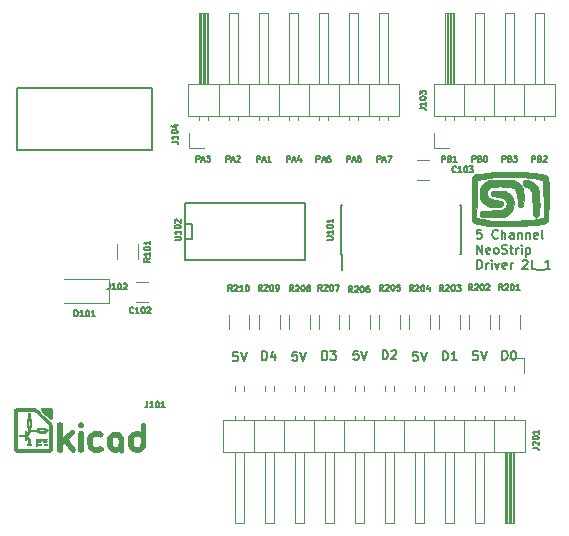
<source format=gbr>
G04 #@! TF.FileFunction,Legend,Top*
%FSLAX46Y46*%
G04 Gerber Fmt 4.6, Leading zero omitted, Abs format (unit mm)*
G04 Created by KiCad (PCBNEW 4.0.7) date 01/22/18 19:47:42*
%MOMM*%
%LPD*%
G01*
G04 APERTURE LIST*
%ADD10C,0.100000*%
%ADD11C,0.127000*%
%ADD12C,0.120000*%
%ADD13C,0.150000*%
G04 APERTURE END LIST*
D10*
D11*
X171240147Y-55805010D02*
X171240147Y-55297010D01*
X171433671Y-55297010D01*
X171482052Y-55321200D01*
X171506243Y-55345390D01*
X171530433Y-55393771D01*
X171530433Y-55466343D01*
X171506243Y-55514724D01*
X171482052Y-55538914D01*
X171433671Y-55563105D01*
X171240147Y-55563105D01*
X171917481Y-55538914D02*
X171990052Y-55563105D01*
X172014243Y-55587295D01*
X172038433Y-55635676D01*
X172038433Y-55708248D01*
X172014243Y-55756629D01*
X171990052Y-55780819D01*
X171941671Y-55805010D01*
X171748147Y-55805010D01*
X171748147Y-55297010D01*
X171917481Y-55297010D01*
X171965862Y-55321200D01*
X171990052Y-55345390D01*
X172014243Y-55393771D01*
X172014243Y-55442152D01*
X171990052Y-55490533D01*
X171965862Y-55514724D01*
X171917481Y-55538914D01*
X171748147Y-55538914D01*
X172231957Y-55345390D02*
X172256147Y-55321200D01*
X172304528Y-55297010D01*
X172425481Y-55297010D01*
X172473862Y-55321200D01*
X172498052Y-55345390D01*
X172522243Y-55393771D01*
X172522243Y-55442152D01*
X172498052Y-55514724D01*
X172207766Y-55805010D01*
X172522243Y-55805010D01*
X168725547Y-55805010D02*
X168725547Y-55297010D01*
X168919071Y-55297010D01*
X168967452Y-55321200D01*
X168991643Y-55345390D01*
X169015833Y-55393771D01*
X169015833Y-55466343D01*
X168991643Y-55514724D01*
X168967452Y-55538914D01*
X168919071Y-55563105D01*
X168725547Y-55563105D01*
X169402881Y-55538914D02*
X169475452Y-55563105D01*
X169499643Y-55587295D01*
X169523833Y-55635676D01*
X169523833Y-55708248D01*
X169499643Y-55756629D01*
X169475452Y-55780819D01*
X169427071Y-55805010D01*
X169233547Y-55805010D01*
X169233547Y-55297010D01*
X169402881Y-55297010D01*
X169451262Y-55321200D01*
X169475452Y-55345390D01*
X169499643Y-55393771D01*
X169499643Y-55442152D01*
X169475452Y-55490533D01*
X169451262Y-55514724D01*
X169402881Y-55538914D01*
X169233547Y-55538914D01*
X169693166Y-55297010D02*
X170007643Y-55297010D01*
X169838309Y-55490533D01*
X169910881Y-55490533D01*
X169959262Y-55514724D01*
X169983452Y-55538914D01*
X170007643Y-55587295D01*
X170007643Y-55708248D01*
X169983452Y-55756629D01*
X169959262Y-55780819D01*
X169910881Y-55805010D01*
X169765738Y-55805010D01*
X169717357Y-55780819D01*
X169693166Y-55756629D01*
X166185547Y-55805010D02*
X166185547Y-55297010D01*
X166379071Y-55297010D01*
X166427452Y-55321200D01*
X166451643Y-55345390D01*
X166475833Y-55393771D01*
X166475833Y-55466343D01*
X166451643Y-55514724D01*
X166427452Y-55538914D01*
X166379071Y-55563105D01*
X166185547Y-55563105D01*
X166862881Y-55538914D02*
X166935452Y-55563105D01*
X166959643Y-55587295D01*
X166983833Y-55635676D01*
X166983833Y-55708248D01*
X166959643Y-55756629D01*
X166935452Y-55780819D01*
X166887071Y-55805010D01*
X166693547Y-55805010D01*
X166693547Y-55297010D01*
X166862881Y-55297010D01*
X166911262Y-55321200D01*
X166935452Y-55345390D01*
X166959643Y-55393771D01*
X166959643Y-55442152D01*
X166935452Y-55490533D01*
X166911262Y-55514724D01*
X166862881Y-55538914D01*
X166693547Y-55538914D01*
X167298309Y-55297010D02*
X167346690Y-55297010D01*
X167395071Y-55321200D01*
X167419262Y-55345390D01*
X167443452Y-55393771D01*
X167467643Y-55490533D01*
X167467643Y-55611486D01*
X167443452Y-55708248D01*
X167419262Y-55756629D01*
X167395071Y-55780819D01*
X167346690Y-55805010D01*
X167298309Y-55805010D01*
X167249928Y-55780819D01*
X167225738Y-55756629D01*
X167201547Y-55708248D01*
X167177357Y-55611486D01*
X167177357Y-55490533D01*
X167201547Y-55393771D01*
X167225738Y-55345390D01*
X167249928Y-55321200D01*
X167298309Y-55297010D01*
X163607447Y-55805010D02*
X163607447Y-55297010D01*
X163800971Y-55297010D01*
X163849352Y-55321200D01*
X163873543Y-55345390D01*
X163897733Y-55393771D01*
X163897733Y-55466343D01*
X163873543Y-55514724D01*
X163849352Y-55538914D01*
X163800971Y-55563105D01*
X163607447Y-55563105D01*
X164284781Y-55538914D02*
X164357352Y-55563105D01*
X164381543Y-55587295D01*
X164405733Y-55635676D01*
X164405733Y-55708248D01*
X164381543Y-55756629D01*
X164357352Y-55780819D01*
X164308971Y-55805010D01*
X164115447Y-55805010D01*
X164115447Y-55297010D01*
X164284781Y-55297010D01*
X164333162Y-55321200D01*
X164357352Y-55345390D01*
X164381543Y-55393771D01*
X164381543Y-55442152D01*
X164357352Y-55490533D01*
X164333162Y-55514724D01*
X164284781Y-55538914D01*
X164115447Y-55538914D01*
X164889543Y-55805010D02*
X164599257Y-55805010D01*
X164744400Y-55805010D02*
X164744400Y-55297010D01*
X164696019Y-55369581D01*
X164647638Y-55417962D01*
X164599257Y-55442152D01*
X158144633Y-55805010D02*
X158144633Y-55297010D01*
X158338157Y-55297010D01*
X158386538Y-55321200D01*
X158410729Y-55345390D01*
X158434919Y-55393771D01*
X158434919Y-55466343D01*
X158410729Y-55514724D01*
X158386538Y-55538914D01*
X158338157Y-55563105D01*
X158144633Y-55563105D01*
X158628443Y-55659867D02*
X158870348Y-55659867D01*
X158580062Y-55805010D02*
X158749395Y-55297010D01*
X158918729Y-55805010D01*
X159039681Y-55297010D02*
X159378348Y-55297010D01*
X159160634Y-55805010D01*
X155566533Y-55805010D02*
X155566533Y-55297010D01*
X155760057Y-55297010D01*
X155808438Y-55321200D01*
X155832629Y-55345390D01*
X155856819Y-55393771D01*
X155856819Y-55466343D01*
X155832629Y-55514724D01*
X155808438Y-55538914D01*
X155760057Y-55563105D01*
X155566533Y-55563105D01*
X156050343Y-55659867D02*
X156292248Y-55659867D01*
X156001962Y-55805010D02*
X156171295Y-55297010D01*
X156340629Y-55805010D01*
X156727677Y-55297010D02*
X156630915Y-55297010D01*
X156582534Y-55321200D01*
X156558343Y-55345390D01*
X156509962Y-55417962D01*
X156485772Y-55514724D01*
X156485772Y-55708248D01*
X156509962Y-55756629D01*
X156534153Y-55780819D01*
X156582534Y-55805010D01*
X156679296Y-55805010D01*
X156727677Y-55780819D01*
X156751867Y-55756629D01*
X156776058Y-55708248D01*
X156776058Y-55587295D01*
X156751867Y-55538914D01*
X156727677Y-55514724D01*
X156679296Y-55490533D01*
X156582534Y-55490533D01*
X156534153Y-55514724D01*
X156509962Y-55538914D01*
X156485772Y-55587295D01*
X153001133Y-55805010D02*
X153001133Y-55297010D01*
X153194657Y-55297010D01*
X153243038Y-55321200D01*
X153267229Y-55345390D01*
X153291419Y-55393771D01*
X153291419Y-55466343D01*
X153267229Y-55514724D01*
X153243038Y-55538914D01*
X153194657Y-55563105D01*
X153001133Y-55563105D01*
X153484943Y-55659867D02*
X153726848Y-55659867D01*
X153436562Y-55805010D02*
X153605895Y-55297010D01*
X153775229Y-55805010D01*
X154186467Y-55297010D02*
X153944562Y-55297010D01*
X153920372Y-55538914D01*
X153944562Y-55514724D01*
X153992943Y-55490533D01*
X154113896Y-55490533D01*
X154162277Y-55514724D01*
X154186467Y-55538914D01*
X154210658Y-55587295D01*
X154210658Y-55708248D01*
X154186467Y-55756629D01*
X154162277Y-55780819D01*
X154113896Y-55805010D01*
X153992943Y-55805010D01*
X153944562Y-55780819D01*
X153920372Y-55756629D01*
X150511933Y-55805010D02*
X150511933Y-55297010D01*
X150705457Y-55297010D01*
X150753838Y-55321200D01*
X150778029Y-55345390D01*
X150802219Y-55393771D01*
X150802219Y-55466343D01*
X150778029Y-55514724D01*
X150753838Y-55538914D01*
X150705457Y-55563105D01*
X150511933Y-55563105D01*
X150995743Y-55659867D02*
X151237648Y-55659867D01*
X150947362Y-55805010D02*
X151116695Y-55297010D01*
X151286029Y-55805010D01*
X151673077Y-55466343D02*
X151673077Y-55805010D01*
X151552124Y-55272819D02*
X151431172Y-55635676D01*
X151745648Y-55635676D01*
X147959233Y-55805010D02*
X147959233Y-55297010D01*
X148152757Y-55297010D01*
X148201138Y-55321200D01*
X148225329Y-55345390D01*
X148249519Y-55393771D01*
X148249519Y-55466343D01*
X148225329Y-55514724D01*
X148201138Y-55538914D01*
X148152757Y-55563105D01*
X147959233Y-55563105D01*
X148443043Y-55659867D02*
X148684948Y-55659867D01*
X148394662Y-55805010D02*
X148563995Y-55297010D01*
X148733329Y-55805010D01*
X149168758Y-55805010D02*
X148878472Y-55805010D01*
X149023615Y-55805010D02*
X149023615Y-55297010D01*
X148975234Y-55369581D01*
X148926853Y-55417962D01*
X148878472Y-55442152D01*
X145355733Y-55805010D02*
X145355733Y-55297010D01*
X145549257Y-55297010D01*
X145597638Y-55321200D01*
X145621829Y-55345390D01*
X145646019Y-55393771D01*
X145646019Y-55466343D01*
X145621829Y-55514724D01*
X145597638Y-55538914D01*
X145549257Y-55563105D01*
X145355733Y-55563105D01*
X145839543Y-55659867D02*
X146081448Y-55659867D01*
X145791162Y-55805010D02*
X145960495Y-55297010D01*
X146129829Y-55805010D01*
X146274972Y-55345390D02*
X146299162Y-55321200D01*
X146347543Y-55297010D01*
X146468496Y-55297010D01*
X146516877Y-55321200D01*
X146541067Y-55345390D01*
X146565258Y-55393771D01*
X146565258Y-55442152D01*
X146541067Y-55514724D01*
X146250781Y-55805010D01*
X146565258Y-55805010D01*
X142815733Y-55805010D02*
X142815733Y-55297010D01*
X143009257Y-55297010D01*
X143057638Y-55321200D01*
X143081829Y-55345390D01*
X143106019Y-55393771D01*
X143106019Y-55466343D01*
X143081829Y-55514724D01*
X143057638Y-55538914D01*
X143009257Y-55563105D01*
X142815733Y-55563105D01*
X143299543Y-55659867D02*
X143541448Y-55659867D01*
X143251162Y-55805010D02*
X143420495Y-55297010D01*
X143589829Y-55805010D01*
X143710781Y-55297010D02*
X144025258Y-55297010D01*
X143855924Y-55490533D01*
X143928496Y-55490533D01*
X143976877Y-55514724D01*
X144001067Y-55538914D01*
X144025258Y-55587295D01*
X144025258Y-55708248D01*
X144001067Y-55756629D01*
X143976877Y-55780819D01*
X143928496Y-55805010D01*
X143783353Y-55805010D01*
X143734972Y-55780819D01*
X143710781Y-55756629D01*
X166977786Y-61558714D02*
X166614929Y-61558714D01*
X166578643Y-61921571D01*
X166614929Y-61885286D01*
X166687500Y-61849000D01*
X166868929Y-61849000D01*
X166941500Y-61885286D01*
X166977786Y-61921571D01*
X167014071Y-61994143D01*
X167014071Y-62175571D01*
X166977786Y-62248143D01*
X166941500Y-62284429D01*
X166868929Y-62320714D01*
X166687500Y-62320714D01*
X166614929Y-62284429D01*
X166578643Y-62248143D01*
X168356642Y-62248143D02*
X168320356Y-62284429D01*
X168211499Y-62320714D01*
X168138928Y-62320714D01*
X168030071Y-62284429D01*
X167957499Y-62211857D01*
X167921214Y-62139286D01*
X167884928Y-61994143D01*
X167884928Y-61885286D01*
X167921214Y-61740143D01*
X167957499Y-61667571D01*
X168030071Y-61595000D01*
X168138928Y-61558714D01*
X168211499Y-61558714D01*
X168320356Y-61595000D01*
X168356642Y-61631286D01*
X168683214Y-62320714D02*
X168683214Y-61558714D01*
X169009785Y-62320714D02*
X169009785Y-61921571D01*
X168973499Y-61849000D01*
X168900928Y-61812714D01*
X168792071Y-61812714D01*
X168719499Y-61849000D01*
X168683214Y-61885286D01*
X169699214Y-62320714D02*
X169699214Y-61921571D01*
X169662928Y-61849000D01*
X169590357Y-61812714D01*
X169445214Y-61812714D01*
X169372643Y-61849000D01*
X169699214Y-62284429D02*
X169626643Y-62320714D01*
X169445214Y-62320714D01*
X169372643Y-62284429D01*
X169336357Y-62211857D01*
X169336357Y-62139286D01*
X169372643Y-62066714D01*
X169445214Y-62030429D01*
X169626643Y-62030429D01*
X169699214Y-61994143D01*
X170062072Y-61812714D02*
X170062072Y-62320714D01*
X170062072Y-61885286D02*
X170098357Y-61849000D01*
X170170929Y-61812714D01*
X170279786Y-61812714D01*
X170352357Y-61849000D01*
X170388643Y-61921571D01*
X170388643Y-62320714D01*
X170751501Y-61812714D02*
X170751501Y-62320714D01*
X170751501Y-61885286D02*
X170787786Y-61849000D01*
X170860358Y-61812714D01*
X170969215Y-61812714D01*
X171041786Y-61849000D01*
X171078072Y-61921571D01*
X171078072Y-62320714D01*
X171731215Y-62284429D02*
X171658644Y-62320714D01*
X171513501Y-62320714D01*
X171440930Y-62284429D01*
X171404644Y-62211857D01*
X171404644Y-61921571D01*
X171440930Y-61849000D01*
X171513501Y-61812714D01*
X171658644Y-61812714D01*
X171731215Y-61849000D01*
X171767501Y-61921571D01*
X171767501Y-61994143D01*
X171404644Y-62066714D01*
X172202930Y-62320714D02*
X172130358Y-62284429D01*
X172094073Y-62211857D01*
X172094073Y-61558714D01*
X166614929Y-63590714D02*
X166614929Y-62828714D01*
X167050357Y-63590714D01*
X167050357Y-62828714D01*
X167703500Y-63554429D02*
X167630929Y-63590714D01*
X167485786Y-63590714D01*
X167413215Y-63554429D01*
X167376929Y-63481857D01*
X167376929Y-63191571D01*
X167413215Y-63119000D01*
X167485786Y-63082714D01*
X167630929Y-63082714D01*
X167703500Y-63119000D01*
X167739786Y-63191571D01*
X167739786Y-63264143D01*
X167376929Y-63336714D01*
X168175215Y-63590714D02*
X168102643Y-63554429D01*
X168066358Y-63518143D01*
X168030072Y-63445571D01*
X168030072Y-63227857D01*
X168066358Y-63155286D01*
X168102643Y-63119000D01*
X168175215Y-63082714D01*
X168284072Y-63082714D01*
X168356643Y-63119000D01*
X168392929Y-63155286D01*
X168429215Y-63227857D01*
X168429215Y-63445571D01*
X168392929Y-63518143D01*
X168356643Y-63554429D01*
X168284072Y-63590714D01*
X168175215Y-63590714D01*
X168719501Y-63554429D02*
X168828358Y-63590714D01*
X169009787Y-63590714D01*
X169082358Y-63554429D01*
X169118644Y-63518143D01*
X169154929Y-63445571D01*
X169154929Y-63373000D01*
X169118644Y-63300429D01*
X169082358Y-63264143D01*
X169009787Y-63227857D01*
X168864644Y-63191571D01*
X168792072Y-63155286D01*
X168755787Y-63119000D01*
X168719501Y-63046429D01*
X168719501Y-62973857D01*
X168755787Y-62901286D01*
X168792072Y-62865000D01*
X168864644Y-62828714D01*
X169046072Y-62828714D01*
X169154929Y-62865000D01*
X169372643Y-63082714D02*
X169662929Y-63082714D01*
X169481501Y-62828714D02*
X169481501Y-63481857D01*
X169517786Y-63554429D01*
X169590358Y-63590714D01*
X169662929Y-63590714D01*
X169916930Y-63590714D02*
X169916930Y-63082714D01*
X169916930Y-63227857D02*
X169953215Y-63155286D01*
X169989501Y-63119000D01*
X170062072Y-63082714D01*
X170134644Y-63082714D01*
X170388644Y-63590714D02*
X170388644Y-63082714D01*
X170388644Y-62828714D02*
X170352358Y-62865000D01*
X170388644Y-62901286D01*
X170424929Y-62865000D01*
X170388644Y-62828714D01*
X170388644Y-62901286D01*
X170751501Y-63082714D02*
X170751501Y-63844714D01*
X170751501Y-63119000D02*
X170824072Y-63082714D01*
X170969215Y-63082714D01*
X171041786Y-63119000D01*
X171078072Y-63155286D01*
X171114358Y-63227857D01*
X171114358Y-63445571D01*
X171078072Y-63518143D01*
X171041786Y-63554429D01*
X170969215Y-63590714D01*
X170824072Y-63590714D01*
X170751501Y-63554429D01*
X166614929Y-64860714D02*
X166614929Y-64098714D01*
X166796357Y-64098714D01*
X166905214Y-64135000D01*
X166977786Y-64207571D01*
X167014071Y-64280143D01*
X167050357Y-64425286D01*
X167050357Y-64534143D01*
X167014071Y-64679286D01*
X166977786Y-64751857D01*
X166905214Y-64824429D01*
X166796357Y-64860714D01*
X166614929Y-64860714D01*
X167376929Y-64860714D02*
X167376929Y-64352714D01*
X167376929Y-64497857D02*
X167413214Y-64425286D01*
X167449500Y-64389000D01*
X167522071Y-64352714D01*
X167594643Y-64352714D01*
X167848643Y-64860714D02*
X167848643Y-64352714D01*
X167848643Y-64098714D02*
X167812357Y-64135000D01*
X167848643Y-64171286D01*
X167884928Y-64135000D01*
X167848643Y-64098714D01*
X167848643Y-64171286D01*
X168138928Y-64352714D02*
X168320357Y-64860714D01*
X168501785Y-64352714D01*
X169082356Y-64824429D02*
X169009785Y-64860714D01*
X168864642Y-64860714D01*
X168792071Y-64824429D01*
X168755785Y-64751857D01*
X168755785Y-64461571D01*
X168792071Y-64389000D01*
X168864642Y-64352714D01*
X169009785Y-64352714D01*
X169082356Y-64389000D01*
X169118642Y-64461571D01*
X169118642Y-64534143D01*
X168755785Y-64606714D01*
X169445214Y-64860714D02*
X169445214Y-64352714D01*
X169445214Y-64497857D02*
X169481499Y-64425286D01*
X169517785Y-64389000D01*
X169590356Y-64352714D01*
X169662928Y-64352714D01*
X170461213Y-64171286D02*
X170497499Y-64135000D01*
X170570070Y-64098714D01*
X170751499Y-64098714D01*
X170824070Y-64135000D01*
X170860356Y-64171286D01*
X170896641Y-64243857D01*
X170896641Y-64316429D01*
X170860356Y-64425286D01*
X170424927Y-64860714D01*
X170896641Y-64860714D01*
X171586070Y-64860714D02*
X171223213Y-64860714D01*
X171223213Y-64098714D01*
X171658641Y-64933286D02*
X172239212Y-64933286D01*
X172819783Y-64860714D02*
X172384355Y-64860714D01*
X172602069Y-64860714D02*
X172602069Y-64098714D01*
X172529498Y-64207571D01*
X172456926Y-64280143D01*
X172384355Y-64316429D01*
X168753972Y-72569614D02*
X168753972Y-71807614D01*
X168935400Y-71807614D01*
X169044257Y-71843900D01*
X169116829Y-71916471D01*
X169153114Y-71989043D01*
X169189400Y-72134186D01*
X169189400Y-72243043D01*
X169153114Y-72388186D01*
X169116829Y-72460757D01*
X169044257Y-72533329D01*
X168935400Y-72569614D01*
X168753972Y-72569614D01*
X169661114Y-71807614D02*
X169733686Y-71807614D01*
X169806257Y-71843900D01*
X169842543Y-71880186D01*
X169878829Y-71952757D01*
X169915114Y-72097900D01*
X169915114Y-72279329D01*
X169878829Y-72424471D01*
X169842543Y-72497043D01*
X169806257Y-72533329D01*
X169733686Y-72569614D01*
X169661114Y-72569614D01*
X169588543Y-72533329D01*
X169552257Y-72497043D01*
X169515972Y-72424471D01*
X169479686Y-72279329D01*
X169479686Y-72097900D01*
X169515972Y-71952757D01*
X169552257Y-71880186D01*
X169588543Y-71843900D01*
X169661114Y-71807614D01*
X163724772Y-72620414D02*
X163724772Y-71858414D01*
X163906200Y-71858414D01*
X164015057Y-71894700D01*
X164087629Y-71967271D01*
X164123914Y-72039843D01*
X164160200Y-72184986D01*
X164160200Y-72293843D01*
X164123914Y-72438986D01*
X164087629Y-72511557D01*
X164015057Y-72584129D01*
X163906200Y-72620414D01*
X163724772Y-72620414D01*
X164885914Y-72620414D02*
X164450486Y-72620414D01*
X164668200Y-72620414D02*
X164668200Y-71858414D01*
X164595629Y-71967271D01*
X164523057Y-72039843D01*
X164450486Y-72076129D01*
X158619372Y-72544214D02*
X158619372Y-71782214D01*
X158800800Y-71782214D01*
X158909657Y-71818500D01*
X158982229Y-71891071D01*
X159018514Y-71963643D01*
X159054800Y-72108786D01*
X159054800Y-72217643D01*
X159018514Y-72362786D01*
X158982229Y-72435357D01*
X158909657Y-72507929D01*
X158800800Y-72544214D01*
X158619372Y-72544214D01*
X159345086Y-71854786D02*
X159381372Y-71818500D01*
X159453943Y-71782214D01*
X159635372Y-71782214D01*
X159707943Y-71818500D01*
X159744229Y-71854786D01*
X159780514Y-71927357D01*
X159780514Y-71999929D01*
X159744229Y-72108786D01*
X159308800Y-72544214D01*
X159780514Y-72544214D01*
X153501272Y-72595014D02*
X153501272Y-71833014D01*
X153682700Y-71833014D01*
X153791557Y-71869300D01*
X153864129Y-71941871D01*
X153900414Y-72014443D01*
X153936700Y-72159586D01*
X153936700Y-72268443D01*
X153900414Y-72413586D01*
X153864129Y-72486157D01*
X153791557Y-72558729D01*
X153682700Y-72595014D01*
X153501272Y-72595014D01*
X154190700Y-71833014D02*
X154662414Y-71833014D01*
X154408414Y-72123300D01*
X154517272Y-72123300D01*
X154589843Y-72159586D01*
X154626129Y-72195871D01*
X154662414Y-72268443D01*
X154662414Y-72449871D01*
X154626129Y-72522443D01*
X154589843Y-72558729D01*
X154517272Y-72595014D01*
X154299557Y-72595014D01*
X154226986Y-72558729D01*
X154190700Y-72522443D01*
X148408572Y-72607714D02*
X148408572Y-71845714D01*
X148590000Y-71845714D01*
X148698857Y-71882000D01*
X148771429Y-71954571D01*
X148807714Y-72027143D01*
X148844000Y-72172286D01*
X148844000Y-72281143D01*
X148807714Y-72426286D01*
X148771429Y-72498857D01*
X148698857Y-72571429D01*
X148590000Y-72607714D01*
X148408572Y-72607714D01*
X149497143Y-72099714D02*
X149497143Y-72607714D01*
X149315714Y-71809429D02*
X149134286Y-72353714D01*
X149606000Y-72353714D01*
X166643958Y-71845714D02*
X166281101Y-71845714D01*
X166244815Y-72208571D01*
X166281101Y-72172286D01*
X166353672Y-72136000D01*
X166535101Y-72136000D01*
X166607672Y-72172286D01*
X166643958Y-72208571D01*
X166680243Y-72281143D01*
X166680243Y-72462571D01*
X166643958Y-72535143D01*
X166607672Y-72571429D01*
X166535101Y-72607714D01*
X166353672Y-72607714D01*
X166281101Y-72571429D01*
X166244815Y-72535143D01*
X166897957Y-71845714D02*
X167151957Y-72607714D01*
X167405957Y-71845714D01*
X161576658Y-71883814D02*
X161213801Y-71883814D01*
X161177515Y-72246671D01*
X161213801Y-72210386D01*
X161286372Y-72174100D01*
X161467801Y-72174100D01*
X161540372Y-72210386D01*
X161576658Y-72246671D01*
X161612943Y-72319243D01*
X161612943Y-72500671D01*
X161576658Y-72573243D01*
X161540372Y-72609529D01*
X161467801Y-72645814D01*
X161286372Y-72645814D01*
X161213801Y-72609529D01*
X161177515Y-72573243D01*
X161830657Y-71883814D02*
X162084657Y-72645814D01*
X162338657Y-71883814D01*
X156534758Y-71820314D02*
X156171901Y-71820314D01*
X156135615Y-72183171D01*
X156171901Y-72146886D01*
X156244472Y-72110600D01*
X156425901Y-72110600D01*
X156498472Y-72146886D01*
X156534758Y-72183171D01*
X156571043Y-72255743D01*
X156571043Y-72437171D01*
X156534758Y-72509743D01*
X156498472Y-72546029D01*
X156425901Y-72582314D01*
X156244472Y-72582314D01*
X156171901Y-72546029D01*
X156135615Y-72509743D01*
X156788757Y-71820314D02*
X157042757Y-72582314D01*
X157296757Y-71820314D01*
X151365858Y-71883814D02*
X151003001Y-71883814D01*
X150966715Y-72246671D01*
X151003001Y-72210386D01*
X151075572Y-72174100D01*
X151257001Y-72174100D01*
X151329572Y-72210386D01*
X151365858Y-72246671D01*
X151402143Y-72319243D01*
X151402143Y-72500671D01*
X151365858Y-72573243D01*
X151329572Y-72609529D01*
X151257001Y-72645814D01*
X151075572Y-72645814D01*
X151003001Y-72609529D01*
X150966715Y-72573243D01*
X151619857Y-71883814D02*
X151873857Y-72645814D01*
X152127857Y-71883814D01*
X146323958Y-71921914D02*
X145961101Y-71921914D01*
X145924815Y-72284771D01*
X145961101Y-72248486D01*
X146033672Y-72212200D01*
X146215101Y-72212200D01*
X146287672Y-72248486D01*
X146323958Y-72284771D01*
X146360243Y-72357343D01*
X146360243Y-72538771D01*
X146323958Y-72611343D01*
X146287672Y-72647629D01*
X146215101Y-72683914D01*
X146033672Y-72683914D01*
X145961101Y-72647629D01*
X145924815Y-72611343D01*
X146577957Y-71921914D02*
X146831957Y-72683914D01*
X147085957Y-71921914D01*
D12*
X142120000Y-51910000D02*
X160020000Y-51910000D01*
X160020000Y-51910000D02*
X160020000Y-49250000D01*
X160020000Y-49250000D02*
X142120000Y-49250000D01*
X142120000Y-49250000D02*
X142120000Y-51910000D01*
X143070000Y-49250000D02*
X143070000Y-43250000D01*
X143070000Y-43250000D02*
X143830000Y-43250000D01*
X143830000Y-43250000D02*
X143830000Y-49250000D01*
X143130000Y-49250000D02*
X143130000Y-43250000D01*
X143250000Y-49250000D02*
X143250000Y-43250000D01*
X143370000Y-49250000D02*
X143370000Y-43250000D01*
X143490000Y-49250000D02*
X143490000Y-43250000D01*
X143610000Y-49250000D02*
X143610000Y-43250000D01*
X143730000Y-49250000D02*
X143730000Y-43250000D01*
X143070000Y-52240000D02*
X143070000Y-51910000D01*
X143830000Y-52240000D02*
X143830000Y-51910000D01*
X144720000Y-51910000D02*
X144720000Y-49250000D01*
X145610000Y-49250000D02*
X145610000Y-43250000D01*
X145610000Y-43250000D02*
X146370000Y-43250000D01*
X146370000Y-43250000D02*
X146370000Y-49250000D01*
X145610000Y-52307071D02*
X145610000Y-51910000D01*
X146370000Y-52307071D02*
X146370000Y-51910000D01*
X147260000Y-51910000D02*
X147260000Y-49250000D01*
X148150000Y-49250000D02*
X148150000Y-43250000D01*
X148150000Y-43250000D02*
X148910000Y-43250000D01*
X148910000Y-43250000D02*
X148910000Y-49250000D01*
X148150000Y-52307071D02*
X148150000Y-51910000D01*
X148910000Y-52307071D02*
X148910000Y-51910000D01*
X149800000Y-51910000D02*
X149800000Y-49250000D01*
X150690000Y-49250000D02*
X150690000Y-43250000D01*
X150690000Y-43250000D02*
X151450000Y-43250000D01*
X151450000Y-43250000D02*
X151450000Y-49250000D01*
X150690000Y-52307071D02*
X150690000Y-51910000D01*
X151450000Y-52307071D02*
X151450000Y-51910000D01*
X152340000Y-51910000D02*
X152340000Y-49250000D01*
X153230000Y-49250000D02*
X153230000Y-43250000D01*
X153230000Y-43250000D02*
X153990000Y-43250000D01*
X153990000Y-43250000D02*
X153990000Y-49250000D01*
X153230000Y-52307071D02*
X153230000Y-51910000D01*
X153990000Y-52307071D02*
X153990000Y-51910000D01*
X154880000Y-51910000D02*
X154880000Y-49250000D01*
X155770000Y-49250000D02*
X155770000Y-43250000D01*
X155770000Y-43250000D02*
X156530000Y-43250000D01*
X156530000Y-43250000D02*
X156530000Y-49250000D01*
X155770000Y-52307071D02*
X155770000Y-51910000D01*
X156530000Y-52307071D02*
X156530000Y-51910000D01*
X157420000Y-51910000D02*
X157420000Y-49250000D01*
X158310000Y-49250000D02*
X158310000Y-43250000D01*
X158310000Y-43250000D02*
X159070000Y-43250000D01*
X159070000Y-43250000D02*
X159070000Y-49250000D01*
X158310000Y-52307071D02*
X158310000Y-51910000D01*
X159070000Y-52307071D02*
X159070000Y-51910000D01*
X143450000Y-54620000D02*
X142180000Y-54620000D01*
X142180000Y-54620000D02*
X142180000Y-53350000D01*
X153190000Y-70000000D02*
X153190000Y-68800000D01*
X154950000Y-68800000D02*
X154950000Y-70000000D01*
X158290000Y-70000000D02*
X158290000Y-68800000D01*
X160050000Y-68800000D02*
X160050000Y-70000000D01*
X138750000Y-66000000D02*
X137750000Y-66000000D01*
X137750000Y-67700000D02*
X138750000Y-67700000D01*
X162552000Y-55639600D02*
X161552000Y-55639600D01*
X161552000Y-57339600D02*
X162552000Y-57339600D01*
X135450000Y-67750000D02*
X135450000Y-65750000D01*
X135450000Y-65750000D02*
X131600000Y-65750000D01*
X135450000Y-67750000D02*
X131600000Y-67750000D01*
D13*
X127650000Y-54800000D02*
X139050000Y-54800000D01*
X139050000Y-49600000D02*
X139050000Y-54800000D01*
X127650000Y-49600000D02*
X139050000Y-49600000D01*
X127650000Y-49600000D02*
X127650000Y-54800000D01*
D12*
X162920000Y-51910000D02*
X173200000Y-51910000D01*
X173200000Y-51910000D02*
X173200000Y-49250000D01*
X173200000Y-49250000D02*
X162920000Y-49250000D01*
X162920000Y-49250000D02*
X162920000Y-51910000D01*
X163870000Y-49250000D02*
X163870000Y-43250000D01*
X163870000Y-43250000D02*
X164630000Y-43250000D01*
X164630000Y-43250000D02*
X164630000Y-49250000D01*
X163930000Y-49250000D02*
X163930000Y-43250000D01*
X164050000Y-49250000D02*
X164050000Y-43250000D01*
X164170000Y-49250000D02*
X164170000Y-43250000D01*
X164290000Y-49250000D02*
X164290000Y-43250000D01*
X164410000Y-49250000D02*
X164410000Y-43250000D01*
X164530000Y-49250000D02*
X164530000Y-43250000D01*
X163870000Y-52240000D02*
X163870000Y-51910000D01*
X164630000Y-52240000D02*
X164630000Y-51910000D01*
X165520000Y-51910000D02*
X165520000Y-49250000D01*
X166410000Y-49250000D02*
X166410000Y-43250000D01*
X166410000Y-43250000D02*
X167170000Y-43250000D01*
X167170000Y-43250000D02*
X167170000Y-49250000D01*
X166410000Y-52307071D02*
X166410000Y-51910000D01*
X167170000Y-52307071D02*
X167170000Y-51910000D01*
X168060000Y-51910000D02*
X168060000Y-49250000D01*
X168950000Y-49250000D02*
X168950000Y-43250000D01*
X168950000Y-43250000D02*
X169710000Y-43250000D01*
X169710000Y-43250000D02*
X169710000Y-49250000D01*
X168950000Y-52307071D02*
X168950000Y-51910000D01*
X169710000Y-52307071D02*
X169710000Y-51910000D01*
X170600000Y-51910000D02*
X170600000Y-49250000D01*
X171490000Y-49250000D02*
X171490000Y-43250000D01*
X171490000Y-43250000D02*
X172250000Y-43250000D01*
X172250000Y-43250000D02*
X172250000Y-49250000D01*
X171490000Y-52307071D02*
X171490000Y-51910000D01*
X172250000Y-52307071D02*
X172250000Y-51910000D01*
X164250000Y-54620000D02*
X162980000Y-54620000D01*
X162980000Y-54620000D02*
X162980000Y-53350000D01*
X170650000Y-77690000D02*
X145130000Y-77690000D01*
X145130000Y-77690000D02*
X145130000Y-80350000D01*
X145130000Y-80350000D02*
X170650000Y-80350000D01*
X170650000Y-80350000D02*
X170650000Y-77690000D01*
X169700000Y-80350000D02*
X169700000Y-86350000D01*
X169700000Y-86350000D02*
X168940000Y-86350000D01*
X168940000Y-86350000D02*
X168940000Y-80350000D01*
X169640000Y-80350000D02*
X169640000Y-86350000D01*
X169520000Y-80350000D02*
X169520000Y-86350000D01*
X169400000Y-80350000D02*
X169400000Y-86350000D01*
X169280000Y-80350000D02*
X169280000Y-86350000D01*
X169160000Y-80350000D02*
X169160000Y-86350000D01*
X169040000Y-80350000D02*
X169040000Y-86350000D01*
X169700000Y-77292929D02*
X169700000Y-77690000D01*
X168940000Y-77292929D02*
X168940000Y-77690000D01*
X169700000Y-74820000D02*
X169700000Y-75207071D01*
X168940000Y-74820000D02*
X168940000Y-75207071D01*
X168050000Y-77690000D02*
X168050000Y-80350000D01*
X167160000Y-80350000D02*
X167160000Y-86350000D01*
X167160000Y-86350000D02*
X166400000Y-86350000D01*
X166400000Y-86350000D02*
X166400000Y-80350000D01*
X167160000Y-77292929D02*
X167160000Y-77690000D01*
X166400000Y-77292929D02*
X166400000Y-77690000D01*
X167160000Y-74752929D02*
X167160000Y-75207071D01*
X166400000Y-74752929D02*
X166400000Y-75207071D01*
X165510000Y-77690000D02*
X165510000Y-80350000D01*
X164620000Y-80350000D02*
X164620000Y-86350000D01*
X164620000Y-86350000D02*
X163860000Y-86350000D01*
X163860000Y-86350000D02*
X163860000Y-80350000D01*
X164620000Y-77292929D02*
X164620000Y-77690000D01*
X163860000Y-77292929D02*
X163860000Y-77690000D01*
X164620000Y-74752929D02*
X164620000Y-75207071D01*
X163860000Y-74752929D02*
X163860000Y-75207071D01*
X162970000Y-77690000D02*
X162970000Y-80350000D01*
X162080000Y-80350000D02*
X162080000Y-86350000D01*
X162080000Y-86350000D02*
X161320000Y-86350000D01*
X161320000Y-86350000D02*
X161320000Y-80350000D01*
X162080000Y-77292929D02*
X162080000Y-77690000D01*
X161320000Y-77292929D02*
X161320000Y-77690000D01*
X162080000Y-74752929D02*
X162080000Y-75207071D01*
X161320000Y-74752929D02*
X161320000Y-75207071D01*
X160430000Y-77690000D02*
X160430000Y-80350000D01*
X159540000Y-80350000D02*
X159540000Y-86350000D01*
X159540000Y-86350000D02*
X158780000Y-86350000D01*
X158780000Y-86350000D02*
X158780000Y-80350000D01*
X159540000Y-77292929D02*
X159540000Y-77690000D01*
X158780000Y-77292929D02*
X158780000Y-77690000D01*
X159540000Y-74752929D02*
X159540000Y-75207071D01*
X158780000Y-74752929D02*
X158780000Y-75207071D01*
X157890000Y-77690000D02*
X157890000Y-80350000D01*
X157000000Y-80350000D02*
X157000000Y-86350000D01*
X157000000Y-86350000D02*
X156240000Y-86350000D01*
X156240000Y-86350000D02*
X156240000Y-80350000D01*
X157000000Y-77292929D02*
X157000000Y-77690000D01*
X156240000Y-77292929D02*
X156240000Y-77690000D01*
X157000000Y-74752929D02*
X157000000Y-75207071D01*
X156240000Y-74752929D02*
X156240000Y-75207071D01*
X155350000Y-77690000D02*
X155350000Y-80350000D01*
X154460000Y-80350000D02*
X154460000Y-86350000D01*
X154460000Y-86350000D02*
X153700000Y-86350000D01*
X153700000Y-86350000D02*
X153700000Y-80350000D01*
X154460000Y-77292929D02*
X154460000Y-77690000D01*
X153700000Y-77292929D02*
X153700000Y-77690000D01*
X154460000Y-74752929D02*
X154460000Y-75207071D01*
X153700000Y-74752929D02*
X153700000Y-75207071D01*
X152810000Y-77690000D02*
X152810000Y-80350000D01*
X151920000Y-80350000D02*
X151920000Y-86350000D01*
X151920000Y-86350000D02*
X151160000Y-86350000D01*
X151160000Y-86350000D02*
X151160000Y-80350000D01*
X151920000Y-77292929D02*
X151920000Y-77690000D01*
X151160000Y-77292929D02*
X151160000Y-77690000D01*
X151920000Y-74752929D02*
X151920000Y-75207071D01*
X151160000Y-74752929D02*
X151160000Y-75207071D01*
X150270000Y-77690000D02*
X150270000Y-80350000D01*
X149380000Y-80350000D02*
X149380000Y-86350000D01*
X149380000Y-86350000D02*
X148620000Y-86350000D01*
X148620000Y-86350000D02*
X148620000Y-80350000D01*
X149380000Y-77292929D02*
X149380000Y-77690000D01*
X148620000Y-77292929D02*
X148620000Y-77690000D01*
X149380000Y-74752929D02*
X149380000Y-75207071D01*
X148620000Y-74752929D02*
X148620000Y-75207071D01*
X147730000Y-77690000D02*
X147730000Y-80350000D01*
X146840000Y-80350000D02*
X146840000Y-86350000D01*
X146840000Y-86350000D02*
X146080000Y-86350000D01*
X146080000Y-86350000D02*
X146080000Y-80350000D01*
X146840000Y-77292929D02*
X146840000Y-77690000D01*
X146080000Y-77292929D02*
X146080000Y-77690000D01*
X146840000Y-74752929D02*
X146840000Y-75207071D01*
X146080000Y-74752929D02*
X146080000Y-75207071D01*
X169320000Y-72440000D02*
X170590000Y-72440000D01*
X170590000Y-72440000D02*
X170590000Y-73710000D01*
X136120000Y-64000000D02*
X136120000Y-62800000D01*
X137880000Y-62800000D02*
X137880000Y-64000000D01*
X168440000Y-69990000D02*
X168440000Y-68790000D01*
X170200000Y-68790000D02*
X170200000Y-69990000D01*
X165920000Y-69980000D02*
X165920000Y-68780000D01*
X167680000Y-68780000D02*
X167680000Y-69980000D01*
X163400000Y-69980000D02*
X163400000Y-68780000D01*
X165160000Y-68780000D02*
X165160000Y-69980000D01*
X160840000Y-70000000D02*
X160840000Y-68800000D01*
X162600000Y-68800000D02*
X162600000Y-70000000D01*
X155740000Y-70000000D02*
X155740000Y-68800000D01*
X157500000Y-68800000D02*
X157500000Y-70000000D01*
X150670000Y-69990000D02*
X150670000Y-68790000D01*
X152430000Y-68790000D02*
X152430000Y-69990000D01*
X148120000Y-69990000D02*
X148120000Y-68790000D01*
X149880000Y-68790000D02*
X149880000Y-69990000D01*
X145570000Y-70000000D02*
X145570000Y-68800000D01*
X147330000Y-68800000D02*
X147330000Y-70000000D01*
D13*
X155105000Y-63615000D02*
X155130000Y-63615000D01*
X155105000Y-59465000D02*
X155210000Y-59465000D01*
X165255000Y-59465000D02*
X165150000Y-59465000D01*
X165255000Y-63615000D02*
X165150000Y-63615000D01*
X155105000Y-63615000D02*
X155105000Y-59465000D01*
X165255000Y-63615000D02*
X165255000Y-59465000D01*
X155130000Y-63615000D02*
X155130000Y-64990000D01*
X152019000Y-59283600D02*
X152019000Y-64109600D01*
X152019000Y-64109600D02*
X141859000Y-64109600D01*
X141859000Y-64109600D02*
X141859000Y-59283600D01*
X141859000Y-59283600D02*
X152019000Y-59283600D01*
X141859000Y-61061600D02*
X142494000Y-61061600D01*
X142494000Y-61061600D02*
X142494000Y-62331600D01*
X142494000Y-62331600D02*
X141859000Y-62331600D01*
D10*
G36*
X136670898Y-79657753D02*
X136669458Y-79848621D01*
X136669334Y-79857323D01*
X136662583Y-80322770D01*
X136603195Y-80373818D01*
X136523251Y-80418507D01*
X136439712Y-80422565D01*
X136359791Y-80386289D01*
X136332485Y-80362608D01*
X136290688Y-80324067D01*
X136271000Y-80316466D01*
X136271000Y-79537492D01*
X136264338Y-79392306D01*
X136243006Y-79280707D01*
X136204985Y-79195881D01*
X136151329Y-79133682D01*
X136064924Y-79083582D01*
X135967728Y-79068218D01*
X135869923Y-79085553D01*
X135781694Y-79133552D01*
X135713224Y-79210179D01*
X135705986Y-79222722D01*
X135683122Y-79291436D01*
X135669320Y-79387979D01*
X135664459Y-79499357D01*
X135668423Y-79612574D01*
X135681092Y-79714638D01*
X135702349Y-79792555D01*
X135711349Y-79810961D01*
X135782342Y-79899190D01*
X135869202Y-79956375D01*
X135963943Y-79980573D01*
X136058581Y-79969836D01*
X136145129Y-79922219D01*
X136150192Y-79917883D01*
X136208978Y-79849241D01*
X136247065Y-79761153D01*
X136266810Y-79646195D01*
X136271000Y-79537492D01*
X136271000Y-80316466D01*
X136259245Y-80311929D01*
X136219456Y-80321807D01*
X136197210Y-80330858D01*
X136136645Y-80346861D01*
X136051773Y-80357809D01*
X135970055Y-80361349D01*
X135871326Y-80357382D01*
X135792340Y-80342329D01*
X135710982Y-80311427D01*
X135687124Y-80300403D01*
X135539772Y-80211187D01*
X135424089Y-80097157D01*
X135339234Y-79956738D01*
X135284366Y-79788354D01*
X135258644Y-79590430D01*
X135256343Y-79493533D01*
X135267511Y-79322144D01*
X135302045Y-79175371D01*
X135363845Y-79040237D01*
X135417959Y-78956053D01*
X135526509Y-78835947D01*
X135654186Y-78749368D01*
X135794947Y-78695805D01*
X135942748Y-78674747D01*
X136091544Y-78685685D01*
X136235291Y-78728107D01*
X136367945Y-78801505D01*
X136483462Y-78905367D01*
X136575798Y-79039182D01*
X136583664Y-79054473D01*
X136612855Y-79120850D01*
X136635321Y-79192803D01*
X136651711Y-79276401D01*
X136662672Y-79377712D01*
X136668852Y-79502806D01*
X136670898Y-79657753D01*
X136670898Y-79657753D01*
X136670898Y-79657753D01*
G37*
X136670898Y-79657753D02*
X136669458Y-79848621D01*
X136669334Y-79857323D01*
X136662583Y-80322770D01*
X136603195Y-80373818D01*
X136523251Y-80418507D01*
X136439712Y-80422565D01*
X136359791Y-80386289D01*
X136332485Y-80362608D01*
X136290688Y-80324067D01*
X136271000Y-80316466D01*
X136271000Y-79537492D01*
X136264338Y-79392306D01*
X136243006Y-79280707D01*
X136204985Y-79195881D01*
X136151329Y-79133682D01*
X136064924Y-79083582D01*
X135967728Y-79068218D01*
X135869923Y-79085553D01*
X135781694Y-79133552D01*
X135713224Y-79210179D01*
X135705986Y-79222722D01*
X135683122Y-79291436D01*
X135669320Y-79387979D01*
X135664459Y-79499357D01*
X135668423Y-79612574D01*
X135681092Y-79714638D01*
X135702349Y-79792555D01*
X135711349Y-79810961D01*
X135782342Y-79899190D01*
X135869202Y-79956375D01*
X135963943Y-79980573D01*
X136058581Y-79969836D01*
X136145129Y-79922219D01*
X136150192Y-79917883D01*
X136208978Y-79849241D01*
X136247065Y-79761153D01*
X136266810Y-79646195D01*
X136271000Y-79537492D01*
X136271000Y-80316466D01*
X136259245Y-80311929D01*
X136219456Y-80321807D01*
X136197210Y-80330858D01*
X136136645Y-80346861D01*
X136051773Y-80357809D01*
X135970055Y-80361349D01*
X135871326Y-80357382D01*
X135792340Y-80342329D01*
X135710982Y-80311427D01*
X135687124Y-80300403D01*
X135539772Y-80211187D01*
X135424089Y-80097157D01*
X135339234Y-79956738D01*
X135284366Y-79788354D01*
X135258644Y-79590430D01*
X135256343Y-79493533D01*
X135267511Y-79322144D01*
X135302045Y-79175371D01*
X135363845Y-79040237D01*
X135417959Y-78956053D01*
X135526509Y-78835947D01*
X135654186Y-78749368D01*
X135794947Y-78695805D01*
X135942748Y-78674747D01*
X136091544Y-78685685D01*
X136235291Y-78728107D01*
X136367945Y-78801505D01*
X136483462Y-78905367D01*
X136575798Y-79039182D01*
X136583664Y-79054473D01*
X136612855Y-79120850D01*
X136635321Y-79192803D01*
X136651711Y-79276401D01*
X136662672Y-79377712D01*
X136668852Y-79502806D01*
X136670898Y-79657753D01*
X136670898Y-79657753D01*
G36*
X132566833Y-80171002D02*
X132549317Y-80236636D01*
X132505097Y-80302575D01*
X132446667Y-80353136D01*
X132408324Y-80369998D01*
X132364954Y-80376201D01*
X132322674Y-80369863D01*
X132277615Y-80347598D01*
X132225908Y-80306018D01*
X132163686Y-80241739D01*
X132087081Y-80151372D01*
X131992225Y-80031532D01*
X131931267Y-79952346D01*
X131847506Y-79844083D01*
X131771455Y-79748118D01*
X131707097Y-79669286D01*
X131658414Y-79612423D01*
X131629387Y-79582367D01*
X131623777Y-79578875D01*
X131596745Y-79592607D01*
X131554732Y-79628010D01*
X131535683Y-79646991D01*
X131508595Y-79676497D01*
X131489990Y-79703937D01*
X131478011Y-79737918D01*
X131470803Y-79787049D01*
X131466509Y-79859935D01*
X131463272Y-79965183D01*
X131462739Y-79985188D01*
X131459311Y-80097105D01*
X131454971Y-80175019D01*
X131448145Y-80227255D01*
X131437257Y-80262138D01*
X131420731Y-80287993D01*
X131401529Y-80308636D01*
X131341636Y-80350184D01*
X131272872Y-80374784D01*
X131272143Y-80374904D01*
X131217476Y-80377795D01*
X131172423Y-80360566D01*
X131125114Y-80323067D01*
X131053417Y-80259005D01*
X131053417Y-79112263D01*
X131053417Y-77965520D01*
X131116917Y-77914715D01*
X131193658Y-77875531D01*
X131277618Y-77867243D01*
X131356651Y-77887928D01*
X131418612Y-77935663D01*
X131437714Y-77965511D01*
X131442689Y-77995472D01*
X131447908Y-78061894D01*
X131453101Y-78158909D01*
X131457999Y-78280648D01*
X131462333Y-78421243D01*
X131465834Y-78574824D01*
X131465950Y-78580996D01*
X131476750Y-79160710D01*
X131830698Y-78840840D01*
X131935796Y-78747383D01*
X132033366Y-78663469D01*
X132118124Y-78593418D01*
X132184788Y-78541548D01*
X132228075Y-78512176D01*
X132238567Y-78507437D01*
X132310527Y-78507828D01*
X132386091Y-78535720D01*
X132445464Y-78583336D01*
X132451260Y-78590993D01*
X132473028Y-78643257D01*
X132482166Y-78707288D01*
X132482167Y-78707714D01*
X132478813Y-78739384D01*
X132466330Y-78772584D01*
X132441087Y-78811425D01*
X132399449Y-78860018D01*
X132337786Y-78922475D01*
X132252464Y-79002907D01*
X132139851Y-79105427D01*
X132095787Y-79145070D01*
X131931657Y-79292450D01*
X132249245Y-79701668D01*
X132356572Y-79841302D01*
X132439050Y-79951893D01*
X132498996Y-80036863D01*
X132538727Y-80099638D01*
X132560560Y-80143641D01*
X132566833Y-80171002D01*
X132566833Y-80171002D01*
X132566833Y-80171002D01*
G37*
X132566833Y-80171002D02*
X132549317Y-80236636D01*
X132505097Y-80302575D01*
X132446667Y-80353136D01*
X132408324Y-80369998D01*
X132364954Y-80376201D01*
X132322674Y-80369863D01*
X132277615Y-80347598D01*
X132225908Y-80306018D01*
X132163686Y-80241739D01*
X132087081Y-80151372D01*
X131992225Y-80031532D01*
X131931267Y-79952346D01*
X131847506Y-79844083D01*
X131771455Y-79748118D01*
X131707097Y-79669286D01*
X131658414Y-79612423D01*
X131629387Y-79582367D01*
X131623777Y-79578875D01*
X131596745Y-79592607D01*
X131554732Y-79628010D01*
X131535683Y-79646991D01*
X131508595Y-79676497D01*
X131489990Y-79703937D01*
X131478011Y-79737918D01*
X131470803Y-79787049D01*
X131466509Y-79859935D01*
X131463272Y-79965183D01*
X131462739Y-79985188D01*
X131459311Y-80097105D01*
X131454971Y-80175019D01*
X131448145Y-80227255D01*
X131437257Y-80262138D01*
X131420731Y-80287993D01*
X131401529Y-80308636D01*
X131341636Y-80350184D01*
X131272872Y-80374784D01*
X131272143Y-80374904D01*
X131217476Y-80377795D01*
X131172423Y-80360566D01*
X131125114Y-80323067D01*
X131053417Y-80259005D01*
X131053417Y-79112263D01*
X131053417Y-77965520D01*
X131116917Y-77914715D01*
X131193658Y-77875531D01*
X131277618Y-77867243D01*
X131356651Y-77887928D01*
X131418612Y-77935663D01*
X131437714Y-77965511D01*
X131442689Y-77995472D01*
X131447908Y-78061894D01*
X131453101Y-78158909D01*
X131457999Y-78280648D01*
X131462333Y-78421243D01*
X131465834Y-78574824D01*
X131465950Y-78580996D01*
X131476750Y-79160710D01*
X131830698Y-78840840D01*
X131935796Y-78747383D01*
X132033366Y-78663469D01*
X132118124Y-78593418D01*
X132184788Y-78541548D01*
X132228075Y-78512176D01*
X132238567Y-78507437D01*
X132310527Y-78507828D01*
X132386091Y-78535720D01*
X132445464Y-78583336D01*
X132451260Y-78590993D01*
X132473028Y-78643257D01*
X132482166Y-78707288D01*
X132482167Y-78707714D01*
X132478813Y-78739384D01*
X132466330Y-78772584D01*
X132441087Y-78811425D01*
X132399449Y-78860018D01*
X132337786Y-78922475D01*
X132252464Y-79002907D01*
X132139851Y-79105427D01*
X132095787Y-79145070D01*
X131931657Y-79292450D01*
X132249245Y-79701668D01*
X132356572Y-79841302D01*
X132439050Y-79951893D01*
X132498996Y-80036863D01*
X132538727Y-80099638D01*
X132560560Y-80143641D01*
X132566833Y-80171002D01*
X132566833Y-80171002D01*
G36*
X133241909Y-79213201D02*
X133240909Y-79403614D01*
X133239900Y-79526604D01*
X133233583Y-80254626D01*
X133180667Y-80307483D01*
X133110735Y-80354463D01*
X133030586Y-80374283D01*
X132958417Y-80363324D01*
X132912581Y-80333977D01*
X132873750Y-80298168D01*
X132862509Y-80283931D01*
X132853397Y-80265833D01*
X132846144Y-80239489D01*
X132840484Y-80200516D01*
X132836148Y-80144528D01*
X132832869Y-80067141D01*
X132830379Y-79963971D01*
X132828409Y-79830633D01*
X132826692Y-79662742D01*
X132825366Y-79506176D01*
X132819316Y-78761211D01*
X132867700Y-78689795D01*
X132933580Y-78620363D01*
X133008798Y-78591933D01*
X133092277Y-78604847D01*
X133110415Y-78612681D01*
X133144595Y-78630441D01*
X133172506Y-78650723D01*
X133194738Y-78677692D01*
X133211880Y-78715513D01*
X133224523Y-78768353D01*
X133233257Y-78840376D01*
X133238673Y-78935748D01*
X133241360Y-79058634D01*
X133241909Y-79213201D01*
X133241909Y-79213201D01*
X133241909Y-79213201D01*
G37*
X133241909Y-79213201D02*
X133240909Y-79403614D01*
X133239900Y-79526604D01*
X133233583Y-80254626D01*
X133180667Y-80307483D01*
X133110735Y-80354463D01*
X133030586Y-80374283D01*
X132958417Y-80363324D01*
X132912581Y-80333977D01*
X132873750Y-80298168D01*
X132862509Y-80283931D01*
X132853397Y-80265833D01*
X132846144Y-80239489D01*
X132840484Y-80200516D01*
X132836148Y-80144528D01*
X132832869Y-80067141D01*
X132830379Y-79963971D01*
X132828409Y-79830633D01*
X132826692Y-79662742D01*
X132825366Y-79506176D01*
X132819316Y-78761211D01*
X132867700Y-78689795D01*
X132933580Y-78620363D01*
X133008798Y-78591933D01*
X133092277Y-78604847D01*
X133110415Y-78612681D01*
X133144595Y-78630441D01*
X133172506Y-78650723D01*
X133194738Y-78677692D01*
X133211880Y-78715513D01*
X133224523Y-78768353D01*
X133233257Y-78840376D01*
X133238673Y-78935748D01*
X133241360Y-79058634D01*
X133241909Y-79213201D01*
X133241909Y-79213201D01*
G36*
X134916333Y-80107277D02*
X134896375Y-80168399D01*
X134841313Y-80226041D01*
X134758365Y-80277651D01*
X134654753Y-80320678D01*
X134537694Y-80352571D01*
X134414408Y-80370779D01*
X134292114Y-80372752D01*
X134199010Y-80360753D01*
X134036708Y-80306110D01*
X133892808Y-80216308D01*
X133773093Y-80096573D01*
X133683344Y-79952125D01*
X133648708Y-79863594D01*
X133601150Y-79650695D01*
X133591006Y-79436687D01*
X133617905Y-79228934D01*
X133681482Y-79034800D01*
X133691235Y-79013452D01*
X133780628Y-78871466D01*
X133899532Y-78755162D01*
X134041534Y-78667827D01*
X134200222Y-78612746D01*
X134369184Y-78593207D01*
X134492500Y-78602814D01*
X134636473Y-78636185D01*
X134752597Y-78683747D01*
X134838405Y-78742565D01*
X134891430Y-78809702D01*
X134909203Y-78882222D01*
X134889258Y-78957189D01*
X134842351Y-79019106D01*
X134788330Y-79056700D01*
X134722516Y-79067977D01*
X134636775Y-79053190D01*
X134561564Y-79027855D01*
X134453319Y-78994837D01*
X134361563Y-78987783D01*
X134270124Y-79005721D01*
X134258033Y-79009632D01*
X134160437Y-79057304D01*
X134088512Y-79128468D01*
X134040258Y-79226977D01*
X134013677Y-79356685D01*
X134006631Y-79494340D01*
X134014701Y-79645183D01*
X134041192Y-79762824D01*
X134088357Y-79853184D01*
X134158449Y-79922185D01*
X134173338Y-79932570D01*
X134260126Y-79968684D01*
X134366909Y-79981759D01*
X134478031Y-79971584D01*
X134577667Y-79938033D01*
X134638943Y-79911538D01*
X134691201Y-79896788D01*
X134702827Y-79895700D01*
X134785805Y-79914928D01*
X134855846Y-79965782D01*
X134902608Y-80038013D01*
X134916333Y-80107277D01*
X134916333Y-80107277D01*
X134916333Y-80107277D01*
G37*
X134916333Y-80107277D02*
X134896375Y-80168399D01*
X134841313Y-80226041D01*
X134758365Y-80277651D01*
X134654753Y-80320678D01*
X134537694Y-80352571D01*
X134414408Y-80370779D01*
X134292114Y-80372752D01*
X134199010Y-80360753D01*
X134036708Y-80306110D01*
X133892808Y-80216308D01*
X133773093Y-80096573D01*
X133683344Y-79952125D01*
X133648708Y-79863594D01*
X133601150Y-79650695D01*
X133591006Y-79436687D01*
X133617905Y-79228934D01*
X133681482Y-79034800D01*
X133691235Y-79013452D01*
X133780628Y-78871466D01*
X133899532Y-78755162D01*
X134041534Y-78667827D01*
X134200222Y-78612746D01*
X134369184Y-78593207D01*
X134492500Y-78602814D01*
X134636473Y-78636185D01*
X134752597Y-78683747D01*
X134838405Y-78742565D01*
X134891430Y-78809702D01*
X134909203Y-78882222D01*
X134889258Y-78957189D01*
X134842351Y-79019106D01*
X134788330Y-79056700D01*
X134722516Y-79067977D01*
X134636775Y-79053190D01*
X134561564Y-79027855D01*
X134453319Y-78994837D01*
X134361563Y-78987783D01*
X134270124Y-79005721D01*
X134258033Y-79009632D01*
X134160437Y-79057304D01*
X134088512Y-79128468D01*
X134040258Y-79226977D01*
X134013677Y-79356685D01*
X134006631Y-79494340D01*
X134014701Y-79645183D01*
X134041192Y-79762824D01*
X134088357Y-79853184D01*
X134158449Y-79922185D01*
X134173338Y-79932570D01*
X134260126Y-79968684D01*
X134366909Y-79981759D01*
X134478031Y-79971584D01*
X134577667Y-79938033D01*
X134638943Y-79911538D01*
X134691201Y-79896788D01*
X134702827Y-79895700D01*
X134785805Y-79914928D01*
X134855846Y-79965782D01*
X134902608Y-80038013D01*
X134916333Y-80107277D01*
X134916333Y-80107277D01*
G36*
X138517202Y-78032312D02*
X138510348Y-78916381D01*
X138508615Y-79133148D01*
X138506932Y-79311921D01*
X138505053Y-79457036D01*
X138502737Y-79572831D01*
X138499738Y-79663643D01*
X138495813Y-79733810D01*
X138490717Y-79787670D01*
X138484208Y-79829559D01*
X138476040Y-79863815D01*
X138465971Y-79894776D01*
X138453755Y-79926778D01*
X138453491Y-79927450D01*
X138392806Y-80057455D01*
X138322618Y-80156582D01*
X138234422Y-80236275D01*
X138212407Y-80251893D01*
X138112500Y-80302986D01*
X138112500Y-79457081D01*
X138112500Y-79171799D01*
X138042430Y-79101729D01*
X137972803Y-79048769D01*
X137892789Y-79010634D01*
X137880309Y-79006873D01*
X137760397Y-78992500D01*
X137655683Y-79015937D01*
X137568546Y-79074644D01*
X137501364Y-79166085D01*
X137456515Y-79287723D01*
X137436378Y-79437021D01*
X137435485Y-79481428D01*
X137449460Y-79639248D01*
X137489035Y-79772053D01*
X137551771Y-79876769D01*
X137635226Y-79950319D01*
X137736961Y-79989629D01*
X137841634Y-79993246D01*
X137914690Y-79974123D01*
X137983039Y-79939765D01*
X137984962Y-79938416D01*
X138032188Y-79897745D01*
X138066565Y-79848376D01*
X138089936Y-79783357D01*
X138104142Y-79695734D01*
X138111026Y-79578555D01*
X138112500Y-79457081D01*
X138112500Y-80302986D01*
X138064508Y-80327530D01*
X137897386Y-80366220D01*
X137713308Y-80367488D01*
X137678583Y-80363709D01*
X137567277Y-80336007D01*
X137446720Y-80283930D01*
X137334307Y-80215997D01*
X137269590Y-80163394D01*
X137226144Y-80111700D01*
X137175751Y-80036106D01*
X137128248Y-79951578D01*
X137121480Y-79938033D01*
X137043696Y-79779283D01*
X137044186Y-79493533D01*
X137045334Y-79370613D01*
X137049089Y-79279889D01*
X137056647Y-79211248D01*
X137069202Y-79154575D01*
X137087951Y-79099757D01*
X137091923Y-79089687D01*
X137174735Y-78935797D01*
X137286011Y-78809155D01*
X137420065Y-78712262D01*
X137571212Y-78647623D01*
X137733767Y-78617740D01*
X137902047Y-78625117D01*
X138054292Y-78665911D01*
X138112500Y-78688152D01*
X138112500Y-78362216D01*
X138112746Y-78237957D01*
X138114185Y-78148517D01*
X138117870Y-78086385D01*
X138124854Y-78044047D01*
X138136189Y-78013991D01*
X138152929Y-77988704D01*
X138167298Y-77971157D01*
X138236150Y-77917677D01*
X138315088Y-77902420D01*
X138395883Y-77925443D01*
X138454062Y-77969172D01*
X138517202Y-78032312D01*
X138517202Y-78032312D01*
X138517202Y-78032312D01*
G37*
X138517202Y-78032312D02*
X138510348Y-78916381D01*
X138508615Y-79133148D01*
X138506932Y-79311921D01*
X138505053Y-79457036D01*
X138502737Y-79572831D01*
X138499738Y-79663643D01*
X138495813Y-79733810D01*
X138490717Y-79787670D01*
X138484208Y-79829559D01*
X138476040Y-79863815D01*
X138465971Y-79894776D01*
X138453755Y-79926778D01*
X138453491Y-79927450D01*
X138392806Y-80057455D01*
X138322618Y-80156582D01*
X138234422Y-80236275D01*
X138212407Y-80251893D01*
X138112500Y-80302986D01*
X138112500Y-79457081D01*
X138112500Y-79171799D01*
X138042430Y-79101729D01*
X137972803Y-79048769D01*
X137892789Y-79010634D01*
X137880309Y-79006873D01*
X137760397Y-78992500D01*
X137655683Y-79015937D01*
X137568546Y-79074644D01*
X137501364Y-79166085D01*
X137456515Y-79287723D01*
X137436378Y-79437021D01*
X137435485Y-79481428D01*
X137449460Y-79639248D01*
X137489035Y-79772053D01*
X137551771Y-79876769D01*
X137635226Y-79950319D01*
X137736961Y-79989629D01*
X137841634Y-79993246D01*
X137914690Y-79974123D01*
X137983039Y-79939765D01*
X137984962Y-79938416D01*
X138032188Y-79897745D01*
X138066565Y-79848376D01*
X138089936Y-79783357D01*
X138104142Y-79695734D01*
X138111026Y-79578555D01*
X138112500Y-79457081D01*
X138112500Y-80302986D01*
X138064508Y-80327530D01*
X137897386Y-80366220D01*
X137713308Y-80367488D01*
X137678583Y-80363709D01*
X137567277Y-80336007D01*
X137446720Y-80283930D01*
X137334307Y-80215997D01*
X137269590Y-80163394D01*
X137226144Y-80111700D01*
X137175751Y-80036106D01*
X137128248Y-79951578D01*
X137121480Y-79938033D01*
X137043696Y-79779283D01*
X137044186Y-79493533D01*
X137045334Y-79370613D01*
X137049089Y-79279889D01*
X137056647Y-79211248D01*
X137069202Y-79154575D01*
X137087951Y-79099757D01*
X137091923Y-79089687D01*
X137174735Y-78935797D01*
X137286011Y-78809155D01*
X137420065Y-78712262D01*
X137571212Y-78647623D01*
X137733767Y-78617740D01*
X137902047Y-78625117D01*
X138054292Y-78665911D01*
X138112500Y-78688152D01*
X138112500Y-78362216D01*
X138112746Y-78237957D01*
X138114185Y-78148517D01*
X138117870Y-78086385D01*
X138124854Y-78044047D01*
X138136189Y-78013991D01*
X138152929Y-77988704D01*
X138167298Y-77971157D01*
X138236150Y-77917677D01*
X138315088Y-77902420D01*
X138395883Y-77925443D01*
X138454062Y-77969172D01*
X138517202Y-78032312D01*
X138517202Y-78032312D01*
G36*
X130598342Y-78835573D02*
X130598337Y-79075376D01*
X130598333Y-79134765D01*
X130598333Y-80217433D01*
X130526367Y-80289399D01*
X130454400Y-80361366D01*
X130365500Y-80361366D01*
X130365500Y-80128533D01*
X130365500Y-79106073D01*
X130365500Y-78083613D01*
X129926292Y-77648930D01*
X129803224Y-77527343D01*
X129680012Y-77406000D01*
X129562704Y-77290829D01*
X129457347Y-77187759D01*
X129369992Y-77102717D01*
X129307167Y-77042094D01*
X129127250Y-76869940D01*
X128381125Y-76869403D01*
X127635000Y-76868866D01*
X127635000Y-78498700D01*
X127635000Y-80128533D01*
X129000250Y-80128533D01*
X130365500Y-80128533D01*
X130365500Y-80361366D01*
X129002700Y-80361366D01*
X127551001Y-80361366D01*
X127481875Y-80299602D01*
X127412750Y-80237839D01*
X127412750Y-78535390D01*
X127412851Y-78218981D01*
X127413184Y-77942295D01*
X127413793Y-77702723D01*
X127414721Y-77497655D01*
X127416013Y-77324481D01*
X127417712Y-77180591D01*
X127419861Y-77063376D01*
X127422506Y-76970227D01*
X127425689Y-76898533D01*
X127429455Y-76845685D01*
X127433847Y-76809073D01*
X127438909Y-76786088D01*
X127442272Y-76777778D01*
X127460011Y-76747592D01*
X127480550Y-76722912D01*
X127508045Y-76703202D01*
X127546654Y-76687927D01*
X127600534Y-76676549D01*
X127673842Y-76668534D01*
X127770734Y-76663344D01*
X127895368Y-76660445D01*
X128051900Y-76659299D01*
X128244488Y-76659371D01*
X128357865Y-76659704D01*
X128534072Y-76660659D01*
X128698712Y-76662247D01*
X128846525Y-76664365D01*
X128972252Y-76666910D01*
X129070634Y-76669777D01*
X129136412Y-76672863D01*
X129162753Y-76675579D01*
X129179227Y-76680184D01*
X129196784Y-76687748D01*
X129218292Y-76700846D01*
X129246621Y-76722053D01*
X129284640Y-76753944D01*
X129335217Y-76799095D01*
X129401220Y-76860081D01*
X129485520Y-76939476D01*
X129590984Y-77039857D01*
X129720481Y-77163799D01*
X129876881Y-77313876D01*
X129921000Y-77356241D01*
X130042165Y-77472407D01*
X130156605Y-77581766D01*
X130259909Y-77680129D01*
X130347663Y-77763307D01*
X130415455Y-77827111D01*
X130458873Y-77867352D01*
X130468169Y-77875688D01*
X130496453Y-77900276D01*
X130520316Y-77922843D01*
X130540133Y-77947017D01*
X130556281Y-77976427D01*
X130569133Y-78014700D01*
X130579065Y-78065465D01*
X130586452Y-78132350D01*
X130591669Y-78218984D01*
X130595092Y-78328995D01*
X130597095Y-78466011D01*
X130598053Y-78633661D01*
X130598342Y-78835573D01*
X130598342Y-78835573D01*
X130598342Y-78835573D01*
G37*
X130598342Y-78835573D02*
X130598337Y-79075376D01*
X130598333Y-79134765D01*
X130598333Y-80217433D01*
X130526367Y-80289399D01*
X130454400Y-80361366D01*
X130365500Y-80361366D01*
X130365500Y-80128533D01*
X130365500Y-79106073D01*
X130365500Y-78083613D01*
X129926292Y-77648930D01*
X129803224Y-77527343D01*
X129680012Y-77406000D01*
X129562704Y-77290829D01*
X129457347Y-77187759D01*
X129369992Y-77102717D01*
X129307167Y-77042094D01*
X129127250Y-76869940D01*
X128381125Y-76869403D01*
X127635000Y-76868866D01*
X127635000Y-78498700D01*
X127635000Y-80128533D01*
X129000250Y-80128533D01*
X130365500Y-80128533D01*
X130365500Y-80361366D01*
X129002700Y-80361366D01*
X127551001Y-80361366D01*
X127481875Y-80299602D01*
X127412750Y-80237839D01*
X127412750Y-78535390D01*
X127412851Y-78218981D01*
X127413184Y-77942295D01*
X127413793Y-77702723D01*
X127414721Y-77497655D01*
X127416013Y-77324481D01*
X127417712Y-77180591D01*
X127419861Y-77063376D01*
X127422506Y-76970227D01*
X127425689Y-76898533D01*
X127429455Y-76845685D01*
X127433847Y-76809073D01*
X127438909Y-76786088D01*
X127442272Y-76777778D01*
X127460011Y-76747592D01*
X127480550Y-76722912D01*
X127508045Y-76703202D01*
X127546654Y-76687927D01*
X127600534Y-76676549D01*
X127673842Y-76668534D01*
X127770734Y-76663344D01*
X127895368Y-76660445D01*
X128051900Y-76659299D01*
X128244488Y-76659371D01*
X128357865Y-76659704D01*
X128534072Y-76660659D01*
X128698712Y-76662247D01*
X128846525Y-76664365D01*
X128972252Y-76666910D01*
X129070634Y-76669777D01*
X129136412Y-76672863D01*
X129162753Y-76675579D01*
X129179227Y-76680184D01*
X129196784Y-76687748D01*
X129218292Y-76700846D01*
X129246621Y-76722053D01*
X129284640Y-76753944D01*
X129335217Y-76799095D01*
X129401220Y-76860081D01*
X129485520Y-76939476D01*
X129590984Y-77039857D01*
X129720481Y-77163799D01*
X129876881Y-77313876D01*
X129921000Y-77356241D01*
X130042165Y-77472407D01*
X130156605Y-77581766D01*
X130259909Y-77680129D01*
X130347663Y-77763307D01*
X130415455Y-77827111D01*
X130458873Y-77867352D01*
X130468169Y-77875688D01*
X130496453Y-77900276D01*
X130520316Y-77922843D01*
X130540133Y-77947017D01*
X130556281Y-77976427D01*
X130569133Y-78014700D01*
X130579065Y-78065465D01*
X130586452Y-78132350D01*
X130591669Y-78218984D01*
X130595092Y-78328995D01*
X130597095Y-78466011D01*
X130598053Y-78633661D01*
X130598342Y-78835573D01*
X130598342Y-78835573D01*
G36*
X133230117Y-78031576D02*
X133230070Y-78117614D01*
X133200389Y-78197334D01*
X133148077Y-78253886D01*
X133069059Y-78282904D01*
X132981482Y-78280634D01*
X132903934Y-78247830D01*
X132898558Y-78243782D01*
X132845840Y-78179329D01*
X132826232Y-78103038D01*
X132836193Y-78024260D01*
X132872184Y-77952345D01*
X132930665Y-77896643D01*
X133008095Y-77866505D01*
X133042455Y-77863700D01*
X133103299Y-77881499D01*
X133164539Y-77926515D01*
X133212119Y-77986174D01*
X133230117Y-78031576D01*
X133230117Y-78031576D01*
X133230117Y-78031576D01*
G37*
X133230117Y-78031576D02*
X133230070Y-78117614D01*
X133200389Y-78197334D01*
X133148077Y-78253886D01*
X133069059Y-78282904D01*
X132981482Y-78280634D01*
X132903934Y-78247830D01*
X132898558Y-78243782D01*
X132845840Y-78179329D01*
X132826232Y-78103038D01*
X132836193Y-78024260D01*
X132872184Y-77952345D01*
X132930665Y-77896643D01*
X133008095Y-77866505D01*
X133042455Y-77863700D01*
X133103299Y-77881499D01*
X133164539Y-77926515D01*
X133212119Y-77986174D01*
X133230117Y-78031576D01*
X133230117Y-78031576D01*
G36*
X130598333Y-77136750D02*
X130598057Y-77274065D01*
X130596827Y-77375076D01*
X130594040Y-77445812D01*
X130589090Y-77492303D01*
X130581374Y-77520577D01*
X130570288Y-77536662D01*
X130557391Y-77545455D01*
X130523955Y-77560503D01*
X130491676Y-77565742D01*
X130456184Y-77558273D01*
X130413105Y-77535192D01*
X130358068Y-77493598D01*
X130286699Y-77430591D01*
X130194627Y-77343268D01*
X130077478Y-77228728D01*
X130072076Y-77223408D01*
X129971088Y-77124055D01*
X129879115Y-77033772D01*
X129800804Y-76957106D01*
X129740805Y-76898605D01*
X129703766Y-76862814D01*
X129694917Y-76854503D01*
X129670197Y-76808761D01*
X129668498Y-76750221D01*
X129688127Y-76698269D01*
X129710367Y-76677813D01*
X129751618Y-76668537D01*
X129833679Y-76662559D01*
X129955151Y-76659932D01*
X130114637Y-76660709D01*
X130146030Y-76661193D01*
X130284972Y-76663845D01*
X130387677Y-76666915D01*
X130460240Y-76671090D01*
X130508756Y-76677059D01*
X130539319Y-76685510D01*
X130558026Y-76697132D01*
X130568329Y-76708870D01*
X130579649Y-76734114D01*
X130587920Y-76777926D01*
X130593519Y-76845715D01*
X130596828Y-76942891D01*
X130598225Y-77074865D01*
X130598333Y-77136750D01*
X130598333Y-77136750D01*
X130598333Y-77136750D01*
G37*
X130598333Y-77136750D02*
X130598057Y-77274065D01*
X130596827Y-77375076D01*
X130594040Y-77445812D01*
X130589090Y-77492303D01*
X130581374Y-77520577D01*
X130570288Y-77536662D01*
X130557391Y-77545455D01*
X130523955Y-77560503D01*
X130491676Y-77565742D01*
X130456184Y-77558273D01*
X130413105Y-77535192D01*
X130358068Y-77493598D01*
X130286699Y-77430591D01*
X130194627Y-77343268D01*
X130077478Y-77228728D01*
X130072076Y-77223408D01*
X129971088Y-77124055D01*
X129879115Y-77033772D01*
X129800804Y-76957106D01*
X129740805Y-76898605D01*
X129703766Y-76862814D01*
X129694917Y-76854503D01*
X129670197Y-76808761D01*
X129668498Y-76750221D01*
X129688127Y-76698269D01*
X129710367Y-76677813D01*
X129751618Y-76668537D01*
X129833679Y-76662559D01*
X129955151Y-76659932D01*
X130114637Y-76660709D01*
X130146030Y-76661193D01*
X130284972Y-76663845D01*
X130387677Y-76666915D01*
X130460240Y-76671090D01*
X130508756Y-76677059D01*
X130539319Y-76685510D01*
X130558026Y-76697132D01*
X130568329Y-76708870D01*
X130579649Y-76734114D01*
X130587920Y-76777926D01*
X130593519Y-76845715D01*
X130596828Y-76942891D01*
X130598225Y-77074865D01*
X130598333Y-77136750D01*
X130598333Y-77136750D01*
G36*
X130217333Y-79281866D02*
X130215699Y-79296092D01*
X130207204Y-79306714D01*
X130186459Y-79314257D01*
X130148076Y-79319248D01*
X130086667Y-79322211D01*
X129996842Y-79323672D01*
X129873214Y-79324158D01*
X129783417Y-79324200D01*
X129349500Y-79324200D01*
X129349500Y-79578200D01*
X129349084Y-79685420D01*
X129347059Y-79757325D01*
X129342254Y-79800929D01*
X129333501Y-79823248D01*
X129319629Y-79831297D01*
X129307167Y-79832200D01*
X129290415Y-79830001D01*
X129278781Y-79819069D01*
X129271335Y-79792898D01*
X129267150Y-79744982D01*
X129265294Y-79668815D01*
X129264838Y-79557892D01*
X129264833Y-79535866D01*
X129264833Y-79239533D01*
X129741083Y-79239533D01*
X129894757Y-79239668D01*
X130011242Y-79240380D01*
X130095685Y-79242124D01*
X130153230Y-79245359D01*
X130189022Y-79250542D01*
X130208206Y-79258131D01*
X130215928Y-79268581D01*
X130217333Y-79281866D01*
X130217333Y-79281866D01*
X130217333Y-79281866D01*
G37*
X130217333Y-79281866D02*
X130215699Y-79296092D01*
X130207204Y-79306714D01*
X130186459Y-79314257D01*
X130148076Y-79319248D01*
X130086667Y-79322211D01*
X129996842Y-79323672D01*
X129873214Y-79324158D01*
X129783417Y-79324200D01*
X129349500Y-79324200D01*
X129349500Y-79578200D01*
X129349084Y-79685420D01*
X129347059Y-79757325D01*
X129342254Y-79800929D01*
X129333501Y-79823248D01*
X129319629Y-79831297D01*
X129307167Y-79832200D01*
X129290415Y-79830001D01*
X129278781Y-79819069D01*
X129271335Y-79792898D01*
X129267150Y-79744982D01*
X129265294Y-79668815D01*
X129264838Y-79557892D01*
X129264833Y-79535866D01*
X129264833Y-79239533D01*
X129741083Y-79239533D01*
X129894757Y-79239668D01*
X130011242Y-79240380D01*
X130095685Y-79242124D01*
X130153230Y-79245359D01*
X130189022Y-79250542D01*
X130208206Y-79258131D01*
X130215928Y-79268581D01*
X130217333Y-79281866D01*
X130217333Y-79281866D01*
G36*
X130238557Y-78531839D02*
X130126738Y-78642269D01*
X130067919Y-78698855D01*
X130025043Y-78731804D01*
X130022823Y-78732657D01*
X130022823Y-78540256D01*
X130015768Y-78507107D01*
X130013525Y-78503422D01*
X129996511Y-78486858D01*
X129965016Y-78475472D01*
X129911402Y-78468012D01*
X129828034Y-78463225D01*
X129754701Y-78460965D01*
X129518833Y-78454980D01*
X129518833Y-78529756D01*
X129518833Y-78604533D01*
X129735792Y-78603860D01*
X129849282Y-78601389D01*
X129927339Y-78594247D01*
X129976687Y-78581593D01*
X129994616Y-78571540D01*
X130022823Y-78540256D01*
X130022823Y-78732657D01*
X129984210Y-78747505D01*
X129931522Y-78752347D01*
X129886544Y-78752700D01*
X129803591Y-78751084D01*
X129698123Y-78746796D01*
X129589814Y-78740677D01*
X129564418Y-78738947D01*
X129370667Y-78725194D01*
X129370667Y-78664312D01*
X129370667Y-78603430D01*
X129047875Y-78609273D01*
X128725083Y-78615116D01*
X128724366Y-78683963D01*
X128717679Y-78726265D01*
X128694610Y-78770628D01*
X128649260Y-78826192D01*
X128598029Y-78879754D01*
X128472408Y-79006700D01*
X128596904Y-79132508D01*
X128655034Y-79192806D01*
X128693473Y-79241162D01*
X128716421Y-79289094D01*
X128728080Y-79348118D01*
X128732652Y-79429752D01*
X128733903Y-79508067D01*
X128735667Y-79660184D01*
X128804458Y-79666817D01*
X128852131Y-79676362D01*
X128870629Y-79701066D01*
X128873250Y-79736950D01*
X128873250Y-79800450D01*
X128677458Y-79806535D01*
X128481667Y-79812621D01*
X128481667Y-79737744D01*
X128485111Y-79687622D01*
X128502671Y-79666924D01*
X128545167Y-79662866D01*
X128608667Y-79662866D01*
X128608667Y-79497493D01*
X128607474Y-79412364D01*
X128601734Y-79357404D01*
X128588202Y-79320465D01*
X128563634Y-79289404D01*
X128549300Y-79275243D01*
X128500749Y-79232672D01*
X128473808Y-79223329D01*
X128462440Y-79248384D01*
X128460500Y-79292450D01*
X128456931Y-79342241D01*
X128439009Y-79362662D01*
X128397927Y-79366533D01*
X128335354Y-79366533D01*
X128329135Y-79213075D01*
X128322917Y-79059616D01*
X128074208Y-79053653D01*
X127825500Y-79047689D01*
X127825500Y-78984861D01*
X127825500Y-78922033D01*
X128079500Y-78922033D01*
X128333500Y-78922033D01*
X128333500Y-78773866D01*
X128333500Y-78625700D01*
X128397000Y-78625700D01*
X128437717Y-78629043D01*
X128455817Y-78647161D01*
X128460400Y-78692186D01*
X128460500Y-78710366D01*
X128464974Y-78770836D01*
X128481124Y-78791459D01*
X128513036Y-78774037D01*
X128541477Y-78746044D01*
X128563154Y-78718340D01*
X128576784Y-78684589D01*
X128584169Y-78634839D01*
X128587114Y-78559138D01*
X128587500Y-78492044D01*
X128587500Y-78287033D01*
X128524000Y-78287033D01*
X128460500Y-78287033D01*
X128460500Y-77948366D01*
X128460500Y-77609700D01*
X128521644Y-77609700D01*
X128563896Y-77604017D01*
X128585657Y-77578706D01*
X128596968Y-77534114D01*
X128602930Y-77478392D01*
X128606556Y-77395235D01*
X128607305Y-77299501D01*
X128606755Y-77264239D01*
X128602361Y-77069950D01*
X128669014Y-77063317D01*
X128735667Y-77056684D01*
X128735667Y-77333192D01*
X128735667Y-77609700D01*
X128799167Y-77609700D01*
X128862667Y-77609700D01*
X128862667Y-77947025D01*
X128862667Y-78284351D01*
X128793875Y-78290983D01*
X128750314Y-78298624D01*
X128735667Y-78312612D01*
X128735667Y-78160033D01*
X128735667Y-77948366D01*
X128735667Y-77736700D01*
X128672167Y-77736700D01*
X128608667Y-77736700D01*
X128608667Y-77948366D01*
X128608667Y-78160033D01*
X128672167Y-78160033D01*
X128735667Y-78160033D01*
X128735667Y-78312612D01*
X128729145Y-78318841D01*
X128720438Y-78364368D01*
X128718574Y-78387575D01*
X128712066Y-78477533D01*
X129041366Y-78477533D01*
X129370667Y-78477533D01*
X129370667Y-78392866D01*
X129370667Y-78308200D01*
X129694181Y-78308200D01*
X130017696Y-78308200D01*
X130128127Y-78420019D01*
X130238557Y-78531839D01*
X130238557Y-78531839D01*
X130238557Y-78531839D01*
G37*
X130238557Y-78531839D02*
X130126738Y-78642269D01*
X130067919Y-78698855D01*
X130025043Y-78731804D01*
X130022823Y-78732657D01*
X130022823Y-78540256D01*
X130015768Y-78507107D01*
X130013525Y-78503422D01*
X129996511Y-78486858D01*
X129965016Y-78475472D01*
X129911402Y-78468012D01*
X129828034Y-78463225D01*
X129754701Y-78460965D01*
X129518833Y-78454980D01*
X129518833Y-78529756D01*
X129518833Y-78604533D01*
X129735792Y-78603860D01*
X129849282Y-78601389D01*
X129927339Y-78594247D01*
X129976687Y-78581593D01*
X129994616Y-78571540D01*
X130022823Y-78540256D01*
X130022823Y-78732657D01*
X129984210Y-78747505D01*
X129931522Y-78752347D01*
X129886544Y-78752700D01*
X129803591Y-78751084D01*
X129698123Y-78746796D01*
X129589814Y-78740677D01*
X129564418Y-78738947D01*
X129370667Y-78725194D01*
X129370667Y-78664312D01*
X129370667Y-78603430D01*
X129047875Y-78609273D01*
X128725083Y-78615116D01*
X128724366Y-78683963D01*
X128717679Y-78726265D01*
X128694610Y-78770628D01*
X128649260Y-78826192D01*
X128598029Y-78879754D01*
X128472408Y-79006700D01*
X128596904Y-79132508D01*
X128655034Y-79192806D01*
X128693473Y-79241162D01*
X128716421Y-79289094D01*
X128728080Y-79348118D01*
X128732652Y-79429752D01*
X128733903Y-79508067D01*
X128735667Y-79660184D01*
X128804458Y-79666817D01*
X128852131Y-79676362D01*
X128870629Y-79701066D01*
X128873250Y-79736950D01*
X128873250Y-79800450D01*
X128677458Y-79806535D01*
X128481667Y-79812621D01*
X128481667Y-79737744D01*
X128485111Y-79687622D01*
X128502671Y-79666924D01*
X128545167Y-79662866D01*
X128608667Y-79662866D01*
X128608667Y-79497493D01*
X128607474Y-79412364D01*
X128601734Y-79357404D01*
X128588202Y-79320465D01*
X128563634Y-79289404D01*
X128549300Y-79275243D01*
X128500749Y-79232672D01*
X128473808Y-79223329D01*
X128462440Y-79248384D01*
X128460500Y-79292450D01*
X128456931Y-79342241D01*
X128439009Y-79362662D01*
X128397927Y-79366533D01*
X128335354Y-79366533D01*
X128329135Y-79213075D01*
X128322917Y-79059616D01*
X128074208Y-79053653D01*
X127825500Y-79047689D01*
X127825500Y-78984861D01*
X127825500Y-78922033D01*
X128079500Y-78922033D01*
X128333500Y-78922033D01*
X128333500Y-78773866D01*
X128333500Y-78625700D01*
X128397000Y-78625700D01*
X128437717Y-78629043D01*
X128455817Y-78647161D01*
X128460400Y-78692186D01*
X128460500Y-78710366D01*
X128464974Y-78770836D01*
X128481124Y-78791459D01*
X128513036Y-78774037D01*
X128541477Y-78746044D01*
X128563154Y-78718340D01*
X128576784Y-78684589D01*
X128584169Y-78634839D01*
X128587114Y-78559138D01*
X128587500Y-78492044D01*
X128587500Y-78287033D01*
X128524000Y-78287033D01*
X128460500Y-78287033D01*
X128460500Y-77948366D01*
X128460500Y-77609700D01*
X128521644Y-77609700D01*
X128563896Y-77604017D01*
X128585657Y-77578706D01*
X128596968Y-77534114D01*
X128602930Y-77478392D01*
X128606556Y-77395235D01*
X128607305Y-77299501D01*
X128606755Y-77264239D01*
X128602361Y-77069950D01*
X128669014Y-77063317D01*
X128735667Y-77056684D01*
X128735667Y-77333192D01*
X128735667Y-77609700D01*
X128799167Y-77609700D01*
X128862667Y-77609700D01*
X128862667Y-77947025D01*
X128862667Y-78284351D01*
X128793875Y-78290983D01*
X128750314Y-78298624D01*
X128735667Y-78312612D01*
X128735667Y-78160033D01*
X128735667Y-77948366D01*
X128735667Y-77736700D01*
X128672167Y-77736700D01*
X128608667Y-77736700D01*
X128608667Y-77948366D01*
X128608667Y-78160033D01*
X128672167Y-78160033D01*
X128735667Y-78160033D01*
X128735667Y-78312612D01*
X128729145Y-78318841D01*
X128720438Y-78364368D01*
X128718574Y-78387575D01*
X128712066Y-78477533D01*
X129041366Y-78477533D01*
X129370667Y-78477533D01*
X129370667Y-78392866D01*
X129370667Y-78308200D01*
X129694181Y-78308200D01*
X130017696Y-78308200D01*
X130128127Y-78420019D01*
X130238557Y-78531839D01*
X130238557Y-78531839D01*
G36*
X130196167Y-79811033D02*
X130069167Y-79811033D01*
X129942167Y-79811033D01*
X129942167Y-79736950D01*
X129942167Y-79662866D01*
X130069167Y-79662866D01*
X130196167Y-79662866D01*
X130196167Y-79736950D01*
X130196167Y-79811033D01*
X130196167Y-79811033D01*
X130196167Y-79811033D01*
G37*
X130196167Y-79811033D02*
X130069167Y-79811033D01*
X129942167Y-79811033D01*
X129942167Y-79736950D01*
X129942167Y-79662866D01*
X130069167Y-79662866D01*
X130196167Y-79662866D01*
X130196167Y-79736950D01*
X130196167Y-79811033D01*
X130196167Y-79811033D01*
G36*
X129667000Y-79736950D02*
X129664587Y-79765395D01*
X129650974Y-79781239D01*
X129616595Y-79788160D01*
X129551887Y-79789836D01*
X129529417Y-79789866D01*
X129455458Y-79788938D01*
X129414263Y-79783702D01*
X129396270Y-79770480D01*
X129391913Y-79745592D01*
X129391833Y-79736950D01*
X129394246Y-79708504D01*
X129407859Y-79692660D01*
X129442238Y-79685739D01*
X129506946Y-79684063D01*
X129529417Y-79684033D01*
X129603375Y-79684961D01*
X129644570Y-79690197D01*
X129662563Y-79703419D01*
X129666920Y-79728307D01*
X129667000Y-79736950D01*
X129667000Y-79736950D01*
X129667000Y-79736950D01*
G37*
X129667000Y-79736950D02*
X129664587Y-79765395D01*
X129650974Y-79781239D01*
X129616595Y-79788160D01*
X129551887Y-79789836D01*
X129529417Y-79789866D01*
X129455458Y-79788938D01*
X129414263Y-79783702D01*
X129396270Y-79770480D01*
X129391913Y-79745592D01*
X129391833Y-79736950D01*
X129394246Y-79708504D01*
X129407859Y-79692660D01*
X129442238Y-79685739D01*
X129506946Y-79684063D01*
X129529417Y-79684033D01*
X129603375Y-79684961D01*
X129644570Y-79690197D01*
X129662563Y-79703419D01*
X129666920Y-79728307D01*
X129667000Y-79736950D01*
X129667000Y-79736950D01*
G36*
X129667000Y-79440616D02*
X129664311Y-79469943D01*
X129649617Y-79485777D01*
X129612977Y-79492259D01*
X129544451Y-79493532D01*
X129540000Y-79493533D01*
X129469615Y-79492412D01*
X129431614Y-79486290D01*
X129416057Y-79471023D01*
X129413003Y-79442471D01*
X129413000Y-79440616D01*
X129415689Y-79411289D01*
X129430383Y-79395455D01*
X129467023Y-79388973D01*
X129535548Y-79387701D01*
X129540000Y-79387700D01*
X129610385Y-79388820D01*
X129648386Y-79394942D01*
X129663943Y-79410209D01*
X129666997Y-79438761D01*
X129667000Y-79440616D01*
X129667000Y-79440616D01*
X129667000Y-79440616D01*
G37*
X129667000Y-79440616D02*
X129664311Y-79469943D01*
X129649617Y-79485777D01*
X129612977Y-79492259D01*
X129544451Y-79493532D01*
X129540000Y-79493533D01*
X129469615Y-79492412D01*
X129431614Y-79486290D01*
X129416057Y-79471023D01*
X129413003Y-79442471D01*
X129413000Y-79440616D01*
X129415689Y-79411289D01*
X129430383Y-79395455D01*
X129467023Y-79388973D01*
X129535548Y-79387701D01*
X129540000Y-79387700D01*
X129610385Y-79388820D01*
X129648386Y-79394942D01*
X129663943Y-79410209D01*
X129666997Y-79438761D01*
X129667000Y-79440616D01*
X129667000Y-79440616D01*
G36*
X130193609Y-79468384D02*
X130184411Y-79482376D01*
X130156942Y-79489892D01*
X130103393Y-79492942D01*
X130015955Y-79493532D01*
X130007139Y-79493533D01*
X129916543Y-79493138D01*
X129860165Y-79490438D01*
X129829889Y-79483162D01*
X129817599Y-79469037D01*
X129815180Y-79445792D01*
X129815167Y-79439792D01*
X129815167Y-79386051D01*
X130000375Y-79392167D01*
X130089448Y-79395841D01*
X130144728Y-79401270D01*
X130174749Y-79410843D01*
X130188047Y-79426950D01*
X130192347Y-79445908D01*
X130193609Y-79468384D01*
X130193609Y-79468384D01*
X130193609Y-79468384D01*
G37*
X130193609Y-79468384D02*
X130184411Y-79482376D01*
X130156942Y-79489892D01*
X130103393Y-79492942D01*
X130015955Y-79493532D01*
X130007139Y-79493533D01*
X129916543Y-79493138D01*
X129860165Y-79490438D01*
X129829889Y-79483162D01*
X129817599Y-79469037D01*
X129815180Y-79445792D01*
X129815167Y-79439792D01*
X129815167Y-79386051D01*
X130000375Y-79392167D01*
X130089448Y-79395841D01*
X130144728Y-79401270D01*
X130174749Y-79410843D01*
X130188047Y-79426950D01*
X130192347Y-79445908D01*
X130193609Y-79468384D01*
X130193609Y-79468384D01*
G36*
X172658878Y-58171718D02*
X172656738Y-58765376D01*
X172656500Y-58950245D01*
X172654532Y-59590517D01*
X172647865Y-60080753D01*
X172635356Y-60440214D01*
X172615861Y-60688161D01*
X172588235Y-60843854D01*
X172551335Y-60926552D01*
X172538331Y-60939970D01*
X172371096Y-61011442D01*
X172233167Y-61041774D01*
X172233167Y-60588048D01*
X172233167Y-58994671D01*
X172229111Y-58474209D01*
X172217750Y-58024632D01*
X172200295Y-57670965D01*
X172177953Y-57438237D01*
X172153775Y-57352226D01*
X172042327Y-57321392D01*
X171800052Y-57274919D01*
X171463993Y-57219395D01*
X171116608Y-57167785D01*
X170488140Y-57105836D01*
X169760551Y-57077545D01*
X168990637Y-57081797D01*
X168235192Y-57117479D01*
X167551014Y-57183476D01*
X167153167Y-57245537D01*
X166602833Y-57350159D01*
X166579866Y-58971443D01*
X166556899Y-60592726D01*
X167130199Y-60683498D01*
X167466113Y-60736228D01*
X167770924Y-60783302D01*
X167957500Y-60811391D01*
X168197669Y-60829039D01*
X168569025Y-60835461D01*
X169033883Y-60831917D01*
X169554557Y-60819664D01*
X170093362Y-60799960D01*
X170612612Y-60774061D01*
X171074622Y-60743226D01*
X171441706Y-60708712D01*
X171577000Y-60690606D01*
X172233167Y-60588048D01*
X172233167Y-61041774D01*
X172061775Y-61079466D01*
X171637613Y-61141337D01*
X171125856Y-61194351D01*
X170553749Y-61235804D01*
X169948539Y-61262992D01*
X169337469Y-61273210D01*
X169185167Y-61272783D01*
X168700169Y-61267560D01*
X168261389Y-61259501D01*
X167902654Y-61249483D01*
X167657792Y-61238380D01*
X167576500Y-61231116D01*
X167069928Y-61147536D01*
X166662139Y-61065008D01*
X166376962Y-60988932D01*
X166243000Y-60928974D01*
X166205965Y-60851149D01*
X166177806Y-60676090D01*
X166157698Y-60388375D01*
X166144817Y-59972584D01*
X166138337Y-59413296D01*
X166137167Y-58950245D01*
X166138118Y-58333899D01*
X166142077Y-57865464D01*
X166150700Y-57523524D01*
X166165644Y-57286662D01*
X166188566Y-57133460D01*
X166221122Y-57042503D01*
X166264968Y-56992373D01*
X166289812Y-56976897D01*
X166555700Y-56883479D01*
X166961261Y-56803475D01*
X167477273Y-56738130D01*
X168074515Y-56688689D01*
X168723764Y-56656399D01*
X169395798Y-56642504D01*
X170061396Y-56648250D01*
X170691334Y-56674882D01*
X171256391Y-56723646D01*
X171494693Y-56755083D01*
X171860158Y-56806723D01*
X172140262Y-56851652D01*
X172346266Y-56911147D01*
X172489429Y-57006482D01*
X172581012Y-57158932D01*
X172632275Y-57389771D01*
X172654477Y-57720275D01*
X172658878Y-58171718D01*
X172658878Y-58171718D01*
X172658878Y-58171718D01*
G37*
X172658878Y-58171718D02*
X172656738Y-58765376D01*
X172656500Y-58950245D01*
X172654532Y-59590517D01*
X172647865Y-60080753D01*
X172635356Y-60440214D01*
X172615861Y-60688161D01*
X172588235Y-60843854D01*
X172551335Y-60926552D01*
X172538331Y-60939970D01*
X172371096Y-61011442D01*
X172233167Y-61041774D01*
X172233167Y-60588048D01*
X172233167Y-58994671D01*
X172229111Y-58474209D01*
X172217750Y-58024632D01*
X172200295Y-57670965D01*
X172177953Y-57438237D01*
X172153775Y-57352226D01*
X172042327Y-57321392D01*
X171800052Y-57274919D01*
X171463993Y-57219395D01*
X171116608Y-57167785D01*
X170488140Y-57105836D01*
X169760551Y-57077545D01*
X168990637Y-57081797D01*
X168235192Y-57117479D01*
X167551014Y-57183476D01*
X167153167Y-57245537D01*
X166602833Y-57350159D01*
X166579866Y-58971443D01*
X166556899Y-60592726D01*
X167130199Y-60683498D01*
X167466113Y-60736228D01*
X167770924Y-60783302D01*
X167957500Y-60811391D01*
X168197669Y-60829039D01*
X168569025Y-60835461D01*
X169033883Y-60831917D01*
X169554557Y-60819664D01*
X170093362Y-60799960D01*
X170612612Y-60774061D01*
X171074622Y-60743226D01*
X171441706Y-60708712D01*
X171577000Y-60690606D01*
X172233167Y-60588048D01*
X172233167Y-61041774D01*
X172061775Y-61079466D01*
X171637613Y-61141337D01*
X171125856Y-61194351D01*
X170553749Y-61235804D01*
X169948539Y-61262992D01*
X169337469Y-61273210D01*
X169185167Y-61272783D01*
X168700169Y-61267560D01*
X168261389Y-61259501D01*
X167902654Y-61249483D01*
X167657792Y-61238380D01*
X167576500Y-61231116D01*
X167069928Y-61147536D01*
X166662139Y-61065008D01*
X166376962Y-60988932D01*
X166243000Y-60928974D01*
X166205965Y-60851149D01*
X166177806Y-60676090D01*
X166157698Y-60388375D01*
X166144817Y-59972584D01*
X166138337Y-59413296D01*
X166137167Y-58950245D01*
X166138118Y-58333899D01*
X166142077Y-57865464D01*
X166150700Y-57523524D01*
X166165644Y-57286662D01*
X166188566Y-57133460D01*
X166221122Y-57042503D01*
X166264968Y-56992373D01*
X166289812Y-56976897D01*
X166555700Y-56883479D01*
X166961261Y-56803475D01*
X167477273Y-56738130D01*
X168074515Y-56688689D01*
X168723764Y-56656399D01*
X169395798Y-56642504D01*
X170061396Y-56648250D01*
X170691334Y-56674882D01*
X171256391Y-56723646D01*
X171494693Y-56755083D01*
X171860158Y-56806723D01*
X172140262Y-56851652D01*
X172346266Y-56911147D01*
X172489429Y-57006482D01*
X172581012Y-57158932D01*
X172632275Y-57389771D01*
X172654477Y-57720275D01*
X172658878Y-58171718D01*
X172658878Y-58171718D01*
G36*
X169697170Y-59316696D02*
X169649689Y-59700250D01*
X169484947Y-60049781D01*
X169210661Y-60319111D01*
X169069403Y-60392468D01*
X168881067Y-60442405D01*
X168610215Y-60474178D01*
X168221411Y-60493042D01*
X167999833Y-60498693D01*
X167603439Y-60502991D01*
X167265147Y-60499029D01*
X167023370Y-60487750D01*
X166920333Y-60472253D01*
X166831471Y-60355185D01*
X166823384Y-60177060D01*
X166891194Y-60022896D01*
X166948425Y-59982691D01*
X167087227Y-59960678D01*
X167351299Y-59943377D01*
X167696593Y-59933113D01*
X167922091Y-59931300D01*
X168403635Y-59915729D01*
X168740171Y-59861781D01*
X168953772Y-59758599D01*
X169066513Y-59595328D01*
X169100467Y-59361111D01*
X169100500Y-59351755D01*
X169034002Y-59087792D01*
X168829358Y-58900944D01*
X168478842Y-58785620D01*
X168277424Y-58756204D01*
X168001861Y-58720363D01*
X167855193Y-58674356D01*
X167797373Y-58596555D01*
X167788167Y-58491966D01*
X167799131Y-58377568D01*
X167857464Y-58311255D01*
X168001324Y-58276466D01*
X168268869Y-58256641D01*
X168338500Y-58253117D01*
X168754780Y-58257144D01*
X169054480Y-58321545D01*
X169148779Y-58364086D01*
X169445442Y-58608394D01*
X169628663Y-58939337D01*
X169697170Y-59316696D01*
X169697170Y-59316696D01*
X169697170Y-59316696D01*
G37*
X169697170Y-59316696D02*
X169649689Y-59700250D01*
X169484947Y-60049781D01*
X169210661Y-60319111D01*
X169069403Y-60392468D01*
X168881067Y-60442405D01*
X168610215Y-60474178D01*
X168221411Y-60493042D01*
X167999833Y-60498693D01*
X167603439Y-60502991D01*
X167265147Y-60499029D01*
X167023370Y-60487750D01*
X166920333Y-60472253D01*
X166831471Y-60355185D01*
X166823384Y-60177060D01*
X166891194Y-60022896D01*
X166948425Y-59982691D01*
X167087227Y-59960678D01*
X167351299Y-59943377D01*
X167696593Y-59933113D01*
X167922091Y-59931300D01*
X168403635Y-59915729D01*
X168740171Y-59861781D01*
X168953772Y-59758599D01*
X169066513Y-59595328D01*
X169100467Y-59361111D01*
X169100500Y-59351755D01*
X169034002Y-59087792D01*
X168829358Y-58900944D01*
X168478842Y-58785620D01*
X168277424Y-58756204D01*
X168001861Y-58720363D01*
X167855193Y-58674356D01*
X167797373Y-58596555D01*
X167788167Y-58491966D01*
X167799131Y-58377568D01*
X167857464Y-58311255D01*
X168001324Y-58276466D01*
X168268869Y-58256641D01*
X168338500Y-58253117D01*
X168754780Y-58257144D01*
X169054480Y-58321545D01*
X169148779Y-58364086D01*
X169445442Y-58608394D01*
X169628663Y-58939337D01*
X169697170Y-59316696D01*
X169697170Y-59316696D01*
G36*
X171893568Y-59407699D02*
X171873638Y-59930457D01*
X171812839Y-60293369D01*
X171711794Y-60495146D01*
X171571124Y-60534503D01*
X171403433Y-60422366D01*
X171350182Y-60276788D01*
X171316186Y-59970182D01*
X171302176Y-59509837D01*
X171301833Y-59410350D01*
X171293264Y-59013035D01*
X171270130Y-58660707D01*
X171236290Y-58399177D01*
X171207741Y-58293424D01*
X171064175Y-58123954D01*
X170829828Y-57976865D01*
X170784408Y-57957584D01*
X170563338Y-57847086D01*
X170468507Y-57721272D01*
X170455167Y-57615985D01*
X170519139Y-57439543D01*
X170687069Y-57355967D01*
X170922975Y-57362781D01*
X171190874Y-57457505D01*
X171454784Y-57637661D01*
X171508778Y-57688555D01*
X171660060Y-57865285D01*
X171766716Y-58065097D01*
X171836017Y-58320486D01*
X171875237Y-58663949D01*
X171891649Y-59127982D01*
X171893568Y-59407699D01*
X171893568Y-59407699D01*
X171893568Y-59407699D01*
G37*
X171893568Y-59407699D02*
X171873638Y-59930457D01*
X171812839Y-60293369D01*
X171711794Y-60495146D01*
X171571124Y-60534503D01*
X171403433Y-60422366D01*
X171350182Y-60276788D01*
X171316186Y-59970182D01*
X171302176Y-59509837D01*
X171301833Y-59410350D01*
X171293264Y-59013035D01*
X171270130Y-58660707D01*
X171236290Y-58399177D01*
X171207741Y-58293424D01*
X171064175Y-58123954D01*
X170829828Y-57976865D01*
X170784408Y-57957584D01*
X170563338Y-57847086D01*
X170468507Y-57721272D01*
X170455167Y-57615985D01*
X170519139Y-57439543D01*
X170687069Y-57355967D01*
X170922975Y-57362781D01*
X171190874Y-57457505D01*
X171454784Y-57637661D01*
X171508778Y-57688555D01*
X171660060Y-57865285D01*
X171766716Y-58065097D01*
X171836017Y-58320486D01*
X171875237Y-58663949D01*
X171891649Y-59127982D01*
X171893568Y-59407699D01*
X171893568Y-59407699D01*
G36*
X170549699Y-59041820D02*
X170525674Y-59338819D01*
X170473717Y-59548627D01*
X170412833Y-59623251D01*
X170220805Y-59653323D01*
X170100357Y-59556921D01*
X170041611Y-59320174D01*
X170031833Y-59088209D01*
X169996754Y-58592712D01*
X169889485Y-58243237D01*
X169706979Y-58031231D01*
X169642635Y-57995636D01*
X169465194Y-57952701D01*
X169170086Y-57919619D01*
X168808908Y-57901358D01*
X168642267Y-57899300D01*
X168250642Y-57904848D01*
X167985846Y-57926380D01*
X167805598Y-57971227D01*
X167667614Y-58046722D01*
X167630251Y-58074778D01*
X167451254Y-58304039D01*
X167413702Y-58567250D01*
X167520886Y-58814250D01*
X167577812Y-58874154D01*
X167800706Y-58988754D01*
X168150142Y-59059808D01*
X168233979Y-59067944D01*
X168598348Y-59124377D01*
X168799148Y-59221906D01*
X168837308Y-59361455D01*
X168713757Y-59543947D01*
X168713452Y-59544252D01*
X168516353Y-59642249D01*
X168193723Y-59660015D01*
X167733621Y-59598160D01*
X167717251Y-59595019D01*
X167337502Y-59448380D01*
X167059056Y-59196801D01*
X166885996Y-58873986D01*
X166822401Y-58513635D01*
X166872354Y-58149451D01*
X167039935Y-57815137D01*
X167329226Y-57544394D01*
X167460028Y-57470869D01*
X167643360Y-57391487D01*
X167826789Y-57341124D01*
X168051837Y-57315175D01*
X168360028Y-57309034D01*
X168792884Y-57318096D01*
X168827991Y-57319152D01*
X169320986Y-57341566D01*
X169678935Y-57382123D01*
X169936023Y-57453016D01*
X170126432Y-57566437D01*
X170284345Y-57734577D01*
X170382125Y-57873471D01*
X170462005Y-58073454D01*
X170517082Y-58364559D01*
X170546574Y-58702207D01*
X170549699Y-59041820D01*
X170549699Y-59041820D01*
X170549699Y-59041820D01*
G37*
X170549699Y-59041820D02*
X170525674Y-59338819D01*
X170473717Y-59548627D01*
X170412833Y-59623251D01*
X170220805Y-59653323D01*
X170100357Y-59556921D01*
X170041611Y-59320174D01*
X170031833Y-59088209D01*
X169996754Y-58592712D01*
X169889485Y-58243237D01*
X169706979Y-58031231D01*
X169642635Y-57995636D01*
X169465194Y-57952701D01*
X169170086Y-57919619D01*
X168808908Y-57901358D01*
X168642267Y-57899300D01*
X168250642Y-57904848D01*
X167985846Y-57926380D01*
X167805598Y-57971227D01*
X167667614Y-58046722D01*
X167630251Y-58074778D01*
X167451254Y-58304039D01*
X167413702Y-58567250D01*
X167520886Y-58814250D01*
X167577812Y-58874154D01*
X167800706Y-58988754D01*
X168150142Y-59059808D01*
X168233979Y-59067944D01*
X168598348Y-59124377D01*
X168799148Y-59221906D01*
X168837308Y-59361455D01*
X168713757Y-59543947D01*
X168713452Y-59544252D01*
X168516353Y-59642249D01*
X168193723Y-59660015D01*
X167733621Y-59598160D01*
X167717251Y-59595019D01*
X167337502Y-59448380D01*
X167059056Y-59196801D01*
X166885996Y-58873986D01*
X166822401Y-58513635D01*
X166872354Y-58149451D01*
X167039935Y-57815137D01*
X167329226Y-57544394D01*
X167460028Y-57470869D01*
X167643360Y-57391487D01*
X167826789Y-57341124D01*
X168051837Y-57315175D01*
X168360028Y-57309034D01*
X168792884Y-57318096D01*
X168827991Y-57319152D01*
X169320986Y-57341566D01*
X169678935Y-57382123D01*
X169936023Y-57453016D01*
X170126432Y-57566437D01*
X170284345Y-57734577D01*
X170382125Y-57873471D01*
X170462005Y-58073454D01*
X170517082Y-58364559D01*
X170546574Y-58702207D01*
X170549699Y-59041820D01*
X170549699Y-59041820D01*
D11*
X140742610Y-54094744D02*
X141105467Y-54094744D01*
X141178038Y-54118934D01*
X141226419Y-54167315D01*
X141250610Y-54239887D01*
X141250610Y-54288268D01*
X141250610Y-53586743D02*
X141250610Y-53877029D01*
X141250610Y-53731886D02*
X140742610Y-53731886D01*
X140815181Y-53780267D01*
X140863562Y-53828648D01*
X140887752Y-53877029D01*
X140742610Y-53272267D02*
X140742610Y-53223886D01*
X140766800Y-53175505D01*
X140790990Y-53151314D01*
X140839371Y-53127124D01*
X140936133Y-53102933D01*
X141057086Y-53102933D01*
X141153848Y-53127124D01*
X141202229Y-53151314D01*
X141226419Y-53175505D01*
X141250610Y-53223886D01*
X141250610Y-53272267D01*
X141226419Y-53320648D01*
X141202229Y-53344838D01*
X141153848Y-53369029D01*
X141057086Y-53393219D01*
X140936133Y-53393219D01*
X140839371Y-53369029D01*
X140790990Y-53344838D01*
X140766800Y-53320648D01*
X140742610Y-53272267D01*
X140911943Y-52667504D02*
X141250610Y-52667504D01*
X140718419Y-52788457D02*
X141081276Y-52909409D01*
X141081276Y-52594933D01*
X153469823Y-66739710D02*
X153300490Y-66497805D01*
X153179537Y-66739710D02*
X153179537Y-66231710D01*
X153373061Y-66231710D01*
X153421442Y-66255900D01*
X153445633Y-66280090D01*
X153469823Y-66328471D01*
X153469823Y-66401043D01*
X153445633Y-66449424D01*
X153421442Y-66473614D01*
X153373061Y-66497805D01*
X153179537Y-66497805D01*
X153663347Y-66280090D02*
X153687537Y-66255900D01*
X153735918Y-66231710D01*
X153856871Y-66231710D01*
X153905252Y-66255900D01*
X153929442Y-66280090D01*
X153953633Y-66328471D01*
X153953633Y-66376852D01*
X153929442Y-66449424D01*
X153639156Y-66739710D01*
X153953633Y-66739710D01*
X154268109Y-66231710D02*
X154316490Y-66231710D01*
X154364871Y-66255900D01*
X154389062Y-66280090D01*
X154413252Y-66328471D01*
X154437443Y-66425233D01*
X154437443Y-66546186D01*
X154413252Y-66642948D01*
X154389062Y-66691329D01*
X154364871Y-66715519D01*
X154316490Y-66739710D01*
X154268109Y-66739710D01*
X154219728Y-66715519D01*
X154195538Y-66691329D01*
X154171347Y-66642948D01*
X154147157Y-66546186D01*
X154147157Y-66425233D01*
X154171347Y-66328471D01*
X154195538Y-66280090D01*
X154219728Y-66255900D01*
X154268109Y-66231710D01*
X154606776Y-66231710D02*
X154945443Y-66231710D01*
X154727729Y-66739710D01*
X158651423Y-66714310D02*
X158482090Y-66472405D01*
X158361137Y-66714310D02*
X158361137Y-66206310D01*
X158554661Y-66206310D01*
X158603042Y-66230500D01*
X158627233Y-66254690D01*
X158651423Y-66303071D01*
X158651423Y-66375643D01*
X158627233Y-66424024D01*
X158603042Y-66448214D01*
X158554661Y-66472405D01*
X158361137Y-66472405D01*
X158844947Y-66254690D02*
X158869137Y-66230500D01*
X158917518Y-66206310D01*
X159038471Y-66206310D01*
X159086852Y-66230500D01*
X159111042Y-66254690D01*
X159135233Y-66303071D01*
X159135233Y-66351452D01*
X159111042Y-66424024D01*
X158820756Y-66714310D01*
X159135233Y-66714310D01*
X159449709Y-66206310D02*
X159498090Y-66206310D01*
X159546471Y-66230500D01*
X159570662Y-66254690D01*
X159594852Y-66303071D01*
X159619043Y-66399833D01*
X159619043Y-66520786D01*
X159594852Y-66617548D01*
X159570662Y-66665929D01*
X159546471Y-66690119D01*
X159498090Y-66714310D01*
X159449709Y-66714310D01*
X159401328Y-66690119D01*
X159377138Y-66665929D01*
X159352947Y-66617548D01*
X159328757Y-66520786D01*
X159328757Y-66399833D01*
X159352947Y-66303071D01*
X159377138Y-66254690D01*
X159401328Y-66230500D01*
X159449709Y-66206310D01*
X160078662Y-66206310D02*
X159836757Y-66206310D01*
X159812567Y-66448214D01*
X159836757Y-66424024D01*
X159885138Y-66399833D01*
X160006091Y-66399833D01*
X160054472Y-66424024D01*
X160078662Y-66448214D01*
X160102853Y-66496595D01*
X160102853Y-66617548D01*
X160078662Y-66665929D01*
X160054472Y-66690119D01*
X160006091Y-66714310D01*
X159885138Y-66714310D01*
X159836757Y-66690119D01*
X159812567Y-66665929D01*
X137505923Y-68558229D02*
X137481733Y-68582419D01*
X137409161Y-68606610D01*
X137360780Y-68606610D01*
X137288209Y-68582419D01*
X137239828Y-68534038D01*
X137215637Y-68485657D01*
X137191447Y-68388895D01*
X137191447Y-68316324D01*
X137215637Y-68219562D01*
X137239828Y-68171181D01*
X137288209Y-68122800D01*
X137360780Y-68098610D01*
X137409161Y-68098610D01*
X137481733Y-68122800D01*
X137505923Y-68146990D01*
X137989733Y-68606610D02*
X137699447Y-68606610D01*
X137844590Y-68606610D02*
X137844590Y-68098610D01*
X137796209Y-68171181D01*
X137747828Y-68219562D01*
X137699447Y-68243752D01*
X138304209Y-68098610D02*
X138352590Y-68098610D01*
X138400971Y-68122800D01*
X138425162Y-68146990D01*
X138449352Y-68195371D01*
X138473543Y-68292133D01*
X138473543Y-68413086D01*
X138449352Y-68509848D01*
X138425162Y-68558229D01*
X138400971Y-68582419D01*
X138352590Y-68606610D01*
X138304209Y-68606610D01*
X138255828Y-68582419D01*
X138231638Y-68558229D01*
X138207447Y-68509848D01*
X138183257Y-68413086D01*
X138183257Y-68292133D01*
X138207447Y-68195371D01*
X138231638Y-68146990D01*
X138255828Y-68122800D01*
X138304209Y-68098610D01*
X138667067Y-68146990D02*
X138691257Y-68122800D01*
X138739638Y-68098610D01*
X138860591Y-68098610D01*
X138908972Y-68122800D01*
X138933162Y-68146990D01*
X138957353Y-68195371D01*
X138957353Y-68243752D01*
X138933162Y-68316324D01*
X138642876Y-68606610D01*
X138957353Y-68606610D01*
X164823623Y-56658329D02*
X164799433Y-56682519D01*
X164726861Y-56706710D01*
X164678480Y-56706710D01*
X164605909Y-56682519D01*
X164557528Y-56634138D01*
X164533337Y-56585757D01*
X164509147Y-56488995D01*
X164509147Y-56416424D01*
X164533337Y-56319662D01*
X164557528Y-56271281D01*
X164605909Y-56222900D01*
X164678480Y-56198710D01*
X164726861Y-56198710D01*
X164799433Y-56222900D01*
X164823623Y-56247090D01*
X165307433Y-56706710D02*
X165017147Y-56706710D01*
X165162290Y-56706710D02*
X165162290Y-56198710D01*
X165113909Y-56271281D01*
X165065528Y-56319662D01*
X165017147Y-56343852D01*
X165621909Y-56198710D02*
X165670290Y-56198710D01*
X165718671Y-56222900D01*
X165742862Y-56247090D01*
X165767052Y-56295471D01*
X165791243Y-56392233D01*
X165791243Y-56513186D01*
X165767052Y-56609948D01*
X165742862Y-56658329D01*
X165718671Y-56682519D01*
X165670290Y-56706710D01*
X165621909Y-56706710D01*
X165573528Y-56682519D01*
X165549338Y-56658329D01*
X165525147Y-56609948D01*
X165500957Y-56513186D01*
X165500957Y-56392233D01*
X165525147Y-56295471D01*
X165549338Y-56247090D01*
X165573528Y-56222900D01*
X165621909Y-56198710D01*
X165960576Y-56198710D02*
X166275053Y-56198710D01*
X166105719Y-56392233D01*
X166178291Y-56392233D01*
X166226672Y-56416424D01*
X166250862Y-56440614D01*
X166275053Y-56488995D01*
X166275053Y-56609948D01*
X166250862Y-56658329D01*
X166226672Y-56682519D01*
X166178291Y-56706710D01*
X166033148Y-56706710D01*
X165984767Y-56682519D01*
X165960576Y-56658329D01*
X132518237Y-68884810D02*
X132518237Y-68376810D01*
X132639190Y-68376810D01*
X132711761Y-68401000D01*
X132760142Y-68449381D01*
X132784333Y-68497762D01*
X132808523Y-68594524D01*
X132808523Y-68667095D01*
X132784333Y-68763857D01*
X132760142Y-68812238D01*
X132711761Y-68860619D01*
X132639190Y-68884810D01*
X132518237Y-68884810D01*
X133292333Y-68884810D02*
X133002047Y-68884810D01*
X133147190Y-68884810D02*
X133147190Y-68376810D01*
X133098809Y-68449381D01*
X133050428Y-68497762D01*
X133002047Y-68521952D01*
X133606809Y-68376810D02*
X133655190Y-68376810D01*
X133703571Y-68401000D01*
X133727762Y-68425190D01*
X133751952Y-68473571D01*
X133776143Y-68570333D01*
X133776143Y-68691286D01*
X133751952Y-68788048D01*
X133727762Y-68836429D01*
X133703571Y-68860619D01*
X133655190Y-68884810D01*
X133606809Y-68884810D01*
X133558428Y-68860619D01*
X133534238Y-68836429D01*
X133510047Y-68788048D01*
X133485857Y-68691286D01*
X133485857Y-68570333D01*
X133510047Y-68473571D01*
X133534238Y-68425190D01*
X133558428Y-68401000D01*
X133606809Y-68376810D01*
X134259953Y-68884810D02*
X133969667Y-68884810D01*
X134114810Y-68884810D02*
X134114810Y-68376810D01*
X134066429Y-68449381D01*
X134018048Y-68497762D01*
X133969667Y-68521952D01*
X138691256Y-76099610D02*
X138691256Y-76462467D01*
X138667066Y-76535038D01*
X138618685Y-76583419D01*
X138546113Y-76607610D01*
X138497732Y-76607610D01*
X139199257Y-76607610D02*
X138908971Y-76607610D01*
X139054114Y-76607610D02*
X139054114Y-76099610D01*
X139005733Y-76172181D01*
X138957352Y-76220562D01*
X138908971Y-76244752D01*
X139513733Y-76099610D02*
X139562114Y-76099610D01*
X139610495Y-76123800D01*
X139634686Y-76147990D01*
X139658876Y-76196371D01*
X139683067Y-76293133D01*
X139683067Y-76414086D01*
X139658876Y-76510848D01*
X139634686Y-76559229D01*
X139610495Y-76583419D01*
X139562114Y-76607610D01*
X139513733Y-76607610D01*
X139465352Y-76583419D01*
X139441162Y-76559229D01*
X139416971Y-76510848D01*
X139392781Y-76414086D01*
X139392781Y-76293133D01*
X139416971Y-76196371D01*
X139441162Y-76147990D01*
X139465352Y-76123800D01*
X139513733Y-76099610D01*
X140166877Y-76607610D02*
X139876591Y-76607610D01*
X140021734Y-76607610D02*
X140021734Y-76099610D01*
X139973353Y-76172181D01*
X139924972Y-76220562D01*
X139876591Y-76244752D01*
X135486856Y-66101810D02*
X135486856Y-66464667D01*
X135462666Y-66537238D01*
X135414285Y-66585619D01*
X135341713Y-66609810D01*
X135293332Y-66609810D01*
X135994857Y-66609810D02*
X135704571Y-66609810D01*
X135849714Y-66609810D02*
X135849714Y-66101810D01*
X135801333Y-66174381D01*
X135752952Y-66222762D01*
X135704571Y-66246952D01*
X136309333Y-66101810D02*
X136357714Y-66101810D01*
X136406095Y-66126000D01*
X136430286Y-66150190D01*
X136454476Y-66198571D01*
X136478667Y-66295333D01*
X136478667Y-66416286D01*
X136454476Y-66513048D01*
X136430286Y-66561429D01*
X136406095Y-66585619D01*
X136357714Y-66609810D01*
X136309333Y-66609810D01*
X136260952Y-66585619D01*
X136236762Y-66561429D01*
X136212571Y-66513048D01*
X136188381Y-66416286D01*
X136188381Y-66295333D01*
X136212571Y-66198571D01*
X136236762Y-66150190D01*
X136260952Y-66126000D01*
X136309333Y-66101810D01*
X136672191Y-66150190D02*
X136696381Y-66126000D01*
X136744762Y-66101810D01*
X136865715Y-66101810D01*
X136914096Y-66126000D01*
X136938286Y-66150190D01*
X136962477Y-66198571D01*
X136962477Y-66246952D01*
X136938286Y-66319524D01*
X136648000Y-66609810D01*
X136962477Y-66609810D01*
X161748410Y-51263444D02*
X162111267Y-51263444D01*
X162183838Y-51287634D01*
X162232219Y-51336015D01*
X162256410Y-51408587D01*
X162256410Y-51456968D01*
X162256410Y-50755443D02*
X162256410Y-51045729D01*
X162256410Y-50900586D02*
X161748410Y-50900586D01*
X161820981Y-50948967D01*
X161869362Y-50997348D01*
X161893552Y-51045729D01*
X161748410Y-50440967D02*
X161748410Y-50392586D01*
X161772600Y-50344205D01*
X161796790Y-50320014D01*
X161845171Y-50295824D01*
X161941933Y-50271633D01*
X162062886Y-50271633D01*
X162159648Y-50295824D01*
X162208029Y-50320014D01*
X162232219Y-50344205D01*
X162256410Y-50392586D01*
X162256410Y-50440967D01*
X162232219Y-50489348D01*
X162208029Y-50513538D01*
X162159648Y-50537729D01*
X162062886Y-50561919D01*
X161941933Y-50561919D01*
X161845171Y-50537729D01*
X161796790Y-50513538D01*
X161772600Y-50489348D01*
X161748410Y-50440967D01*
X161748410Y-50102300D02*
X161748410Y-49787823D01*
X161941933Y-49957157D01*
X161941933Y-49884585D01*
X161966124Y-49836204D01*
X161990314Y-49812014D01*
X162038695Y-49787823D01*
X162159648Y-49787823D01*
X162208029Y-49812014D01*
X162232219Y-49836204D01*
X162256410Y-49884585D01*
X162256410Y-50029728D01*
X162232219Y-50078109D01*
X162208029Y-50102300D01*
X171311810Y-80018144D02*
X171674667Y-80018144D01*
X171747238Y-80042334D01*
X171795619Y-80090715D01*
X171819810Y-80163287D01*
X171819810Y-80211668D01*
X171360190Y-79800429D02*
X171336000Y-79776239D01*
X171311810Y-79727858D01*
X171311810Y-79606905D01*
X171336000Y-79558524D01*
X171360190Y-79534334D01*
X171408571Y-79510143D01*
X171456952Y-79510143D01*
X171529524Y-79534334D01*
X171819810Y-79824620D01*
X171819810Y-79510143D01*
X171311810Y-79195667D02*
X171311810Y-79147286D01*
X171336000Y-79098905D01*
X171360190Y-79074714D01*
X171408571Y-79050524D01*
X171505333Y-79026333D01*
X171626286Y-79026333D01*
X171723048Y-79050524D01*
X171771429Y-79074714D01*
X171795619Y-79098905D01*
X171819810Y-79147286D01*
X171819810Y-79195667D01*
X171795619Y-79244048D01*
X171771429Y-79268238D01*
X171723048Y-79292429D01*
X171626286Y-79316619D01*
X171505333Y-79316619D01*
X171408571Y-79292429D01*
X171360190Y-79268238D01*
X171336000Y-79244048D01*
X171311810Y-79195667D01*
X171819810Y-78542523D02*
X171819810Y-78832809D01*
X171819810Y-78687666D02*
X171311810Y-78687666D01*
X171384381Y-78736047D01*
X171432762Y-78784428D01*
X171456952Y-78832809D01*
X138929810Y-63968477D02*
X138687905Y-64137810D01*
X138929810Y-64258763D02*
X138421810Y-64258763D01*
X138421810Y-64065239D01*
X138446000Y-64016858D01*
X138470190Y-63992667D01*
X138518571Y-63968477D01*
X138591143Y-63968477D01*
X138639524Y-63992667D01*
X138663714Y-64016858D01*
X138687905Y-64065239D01*
X138687905Y-64258763D01*
X138929810Y-63484667D02*
X138929810Y-63774953D01*
X138929810Y-63629810D02*
X138421810Y-63629810D01*
X138494381Y-63678191D01*
X138542762Y-63726572D01*
X138566952Y-63774953D01*
X138421810Y-63170191D02*
X138421810Y-63121810D01*
X138446000Y-63073429D01*
X138470190Y-63049238D01*
X138518571Y-63025048D01*
X138615333Y-63000857D01*
X138736286Y-63000857D01*
X138833048Y-63025048D01*
X138881429Y-63049238D01*
X138905619Y-63073429D01*
X138929810Y-63121810D01*
X138929810Y-63170191D01*
X138905619Y-63218572D01*
X138881429Y-63242762D01*
X138833048Y-63266953D01*
X138736286Y-63291143D01*
X138615333Y-63291143D01*
X138518571Y-63266953D01*
X138470190Y-63242762D01*
X138446000Y-63218572D01*
X138421810Y-63170191D01*
X138929810Y-62517047D02*
X138929810Y-62807333D01*
X138929810Y-62662190D02*
X138421810Y-62662190D01*
X138494381Y-62710571D01*
X138542762Y-62758952D01*
X138566952Y-62807333D01*
X168760623Y-66676210D02*
X168591290Y-66434305D01*
X168470337Y-66676210D02*
X168470337Y-66168210D01*
X168663861Y-66168210D01*
X168712242Y-66192400D01*
X168736433Y-66216590D01*
X168760623Y-66264971D01*
X168760623Y-66337543D01*
X168736433Y-66385924D01*
X168712242Y-66410114D01*
X168663861Y-66434305D01*
X168470337Y-66434305D01*
X168954147Y-66216590D02*
X168978337Y-66192400D01*
X169026718Y-66168210D01*
X169147671Y-66168210D01*
X169196052Y-66192400D01*
X169220242Y-66216590D01*
X169244433Y-66264971D01*
X169244433Y-66313352D01*
X169220242Y-66385924D01*
X168929956Y-66676210D01*
X169244433Y-66676210D01*
X169558909Y-66168210D02*
X169607290Y-66168210D01*
X169655671Y-66192400D01*
X169679862Y-66216590D01*
X169704052Y-66264971D01*
X169728243Y-66361733D01*
X169728243Y-66482686D01*
X169704052Y-66579448D01*
X169679862Y-66627829D01*
X169655671Y-66652019D01*
X169607290Y-66676210D01*
X169558909Y-66676210D01*
X169510528Y-66652019D01*
X169486338Y-66627829D01*
X169462147Y-66579448D01*
X169437957Y-66482686D01*
X169437957Y-66361733D01*
X169462147Y-66264971D01*
X169486338Y-66216590D01*
X169510528Y-66192400D01*
X169558909Y-66168210D01*
X170212053Y-66676210D02*
X169921767Y-66676210D01*
X170066910Y-66676210D02*
X170066910Y-66168210D01*
X170018529Y-66240781D01*
X169970148Y-66289162D01*
X169921767Y-66313352D01*
X166207923Y-66676210D02*
X166038590Y-66434305D01*
X165917637Y-66676210D02*
X165917637Y-66168210D01*
X166111161Y-66168210D01*
X166159542Y-66192400D01*
X166183733Y-66216590D01*
X166207923Y-66264971D01*
X166207923Y-66337543D01*
X166183733Y-66385924D01*
X166159542Y-66410114D01*
X166111161Y-66434305D01*
X165917637Y-66434305D01*
X166401447Y-66216590D02*
X166425637Y-66192400D01*
X166474018Y-66168210D01*
X166594971Y-66168210D01*
X166643352Y-66192400D01*
X166667542Y-66216590D01*
X166691733Y-66264971D01*
X166691733Y-66313352D01*
X166667542Y-66385924D01*
X166377256Y-66676210D01*
X166691733Y-66676210D01*
X167006209Y-66168210D02*
X167054590Y-66168210D01*
X167102971Y-66192400D01*
X167127162Y-66216590D01*
X167151352Y-66264971D01*
X167175543Y-66361733D01*
X167175543Y-66482686D01*
X167151352Y-66579448D01*
X167127162Y-66627829D01*
X167102971Y-66652019D01*
X167054590Y-66676210D01*
X167006209Y-66676210D01*
X166957828Y-66652019D01*
X166933638Y-66627829D01*
X166909447Y-66579448D01*
X166885257Y-66482686D01*
X166885257Y-66361733D01*
X166909447Y-66264971D01*
X166933638Y-66216590D01*
X166957828Y-66192400D01*
X167006209Y-66168210D01*
X167369067Y-66216590D02*
X167393257Y-66192400D01*
X167441638Y-66168210D01*
X167562591Y-66168210D01*
X167610972Y-66192400D01*
X167635162Y-66216590D01*
X167659353Y-66264971D01*
X167659353Y-66313352D01*
X167635162Y-66385924D01*
X167344876Y-66676210D01*
X167659353Y-66676210D01*
X163756823Y-66739710D02*
X163587490Y-66497805D01*
X163466537Y-66739710D02*
X163466537Y-66231710D01*
X163660061Y-66231710D01*
X163708442Y-66255900D01*
X163732633Y-66280090D01*
X163756823Y-66328471D01*
X163756823Y-66401043D01*
X163732633Y-66449424D01*
X163708442Y-66473614D01*
X163660061Y-66497805D01*
X163466537Y-66497805D01*
X163950347Y-66280090D02*
X163974537Y-66255900D01*
X164022918Y-66231710D01*
X164143871Y-66231710D01*
X164192252Y-66255900D01*
X164216442Y-66280090D01*
X164240633Y-66328471D01*
X164240633Y-66376852D01*
X164216442Y-66449424D01*
X163926156Y-66739710D01*
X164240633Y-66739710D01*
X164555109Y-66231710D02*
X164603490Y-66231710D01*
X164651871Y-66255900D01*
X164676062Y-66280090D01*
X164700252Y-66328471D01*
X164724443Y-66425233D01*
X164724443Y-66546186D01*
X164700252Y-66642948D01*
X164676062Y-66691329D01*
X164651871Y-66715519D01*
X164603490Y-66739710D01*
X164555109Y-66739710D01*
X164506728Y-66715519D01*
X164482538Y-66691329D01*
X164458347Y-66642948D01*
X164434157Y-66546186D01*
X164434157Y-66425233D01*
X164458347Y-66328471D01*
X164482538Y-66280090D01*
X164506728Y-66255900D01*
X164555109Y-66231710D01*
X164893776Y-66231710D02*
X165208253Y-66231710D01*
X165038919Y-66425233D01*
X165111491Y-66425233D01*
X165159872Y-66449424D01*
X165184062Y-66473614D01*
X165208253Y-66521995D01*
X165208253Y-66642948D01*
X165184062Y-66691329D01*
X165159872Y-66715519D01*
X165111491Y-66739710D01*
X164966348Y-66739710D01*
X164917967Y-66715519D01*
X164893776Y-66691329D01*
X161178723Y-66765110D02*
X161009390Y-66523205D01*
X160888437Y-66765110D02*
X160888437Y-66257110D01*
X161081961Y-66257110D01*
X161130342Y-66281300D01*
X161154533Y-66305490D01*
X161178723Y-66353871D01*
X161178723Y-66426443D01*
X161154533Y-66474824D01*
X161130342Y-66499014D01*
X161081961Y-66523205D01*
X160888437Y-66523205D01*
X161372247Y-66305490D02*
X161396437Y-66281300D01*
X161444818Y-66257110D01*
X161565771Y-66257110D01*
X161614152Y-66281300D01*
X161638342Y-66305490D01*
X161662533Y-66353871D01*
X161662533Y-66402252D01*
X161638342Y-66474824D01*
X161348056Y-66765110D01*
X161662533Y-66765110D01*
X161977009Y-66257110D02*
X162025390Y-66257110D01*
X162073771Y-66281300D01*
X162097962Y-66305490D01*
X162122152Y-66353871D01*
X162146343Y-66450633D01*
X162146343Y-66571586D01*
X162122152Y-66668348D01*
X162097962Y-66716729D01*
X162073771Y-66740919D01*
X162025390Y-66765110D01*
X161977009Y-66765110D01*
X161928628Y-66740919D01*
X161904438Y-66716729D01*
X161880247Y-66668348D01*
X161856057Y-66571586D01*
X161856057Y-66450633D01*
X161880247Y-66353871D01*
X161904438Y-66305490D01*
X161928628Y-66281300D01*
X161977009Y-66257110D01*
X162581772Y-66426443D02*
X162581772Y-66765110D01*
X162460819Y-66232919D02*
X162339867Y-66595776D01*
X162654343Y-66595776D01*
X156047923Y-66828610D02*
X155878590Y-66586705D01*
X155757637Y-66828610D02*
X155757637Y-66320610D01*
X155951161Y-66320610D01*
X155999542Y-66344800D01*
X156023733Y-66368990D01*
X156047923Y-66417371D01*
X156047923Y-66489943D01*
X156023733Y-66538324D01*
X155999542Y-66562514D01*
X155951161Y-66586705D01*
X155757637Y-66586705D01*
X156241447Y-66368990D02*
X156265637Y-66344800D01*
X156314018Y-66320610D01*
X156434971Y-66320610D01*
X156483352Y-66344800D01*
X156507542Y-66368990D01*
X156531733Y-66417371D01*
X156531733Y-66465752D01*
X156507542Y-66538324D01*
X156217256Y-66828610D01*
X156531733Y-66828610D01*
X156846209Y-66320610D02*
X156894590Y-66320610D01*
X156942971Y-66344800D01*
X156967162Y-66368990D01*
X156991352Y-66417371D01*
X157015543Y-66514133D01*
X157015543Y-66635086D01*
X156991352Y-66731848D01*
X156967162Y-66780229D01*
X156942971Y-66804419D01*
X156894590Y-66828610D01*
X156846209Y-66828610D01*
X156797828Y-66804419D01*
X156773638Y-66780229D01*
X156749447Y-66731848D01*
X156725257Y-66635086D01*
X156725257Y-66514133D01*
X156749447Y-66417371D01*
X156773638Y-66368990D01*
X156797828Y-66344800D01*
X156846209Y-66320610D01*
X157450972Y-66320610D02*
X157354210Y-66320610D01*
X157305829Y-66344800D01*
X157281638Y-66368990D01*
X157233257Y-66441562D01*
X157209067Y-66538324D01*
X157209067Y-66731848D01*
X157233257Y-66780229D01*
X157257448Y-66804419D01*
X157305829Y-66828610D01*
X157402591Y-66828610D01*
X157450972Y-66804419D01*
X157475162Y-66780229D01*
X157499353Y-66731848D01*
X157499353Y-66610895D01*
X157475162Y-66562514D01*
X157450972Y-66538324D01*
X157402591Y-66514133D01*
X157305829Y-66514133D01*
X157257448Y-66538324D01*
X157233257Y-66562514D01*
X157209067Y-66610895D01*
X151044123Y-66777810D02*
X150874790Y-66535905D01*
X150753837Y-66777810D02*
X150753837Y-66269810D01*
X150947361Y-66269810D01*
X150995742Y-66294000D01*
X151019933Y-66318190D01*
X151044123Y-66366571D01*
X151044123Y-66439143D01*
X151019933Y-66487524D01*
X150995742Y-66511714D01*
X150947361Y-66535905D01*
X150753837Y-66535905D01*
X151237647Y-66318190D02*
X151261837Y-66294000D01*
X151310218Y-66269810D01*
X151431171Y-66269810D01*
X151479552Y-66294000D01*
X151503742Y-66318190D01*
X151527933Y-66366571D01*
X151527933Y-66414952D01*
X151503742Y-66487524D01*
X151213456Y-66777810D01*
X151527933Y-66777810D01*
X151842409Y-66269810D02*
X151890790Y-66269810D01*
X151939171Y-66294000D01*
X151963362Y-66318190D01*
X151987552Y-66366571D01*
X152011743Y-66463333D01*
X152011743Y-66584286D01*
X151987552Y-66681048D01*
X151963362Y-66729429D01*
X151939171Y-66753619D01*
X151890790Y-66777810D01*
X151842409Y-66777810D01*
X151794028Y-66753619D01*
X151769838Y-66729429D01*
X151745647Y-66681048D01*
X151721457Y-66584286D01*
X151721457Y-66463333D01*
X151745647Y-66366571D01*
X151769838Y-66318190D01*
X151794028Y-66294000D01*
X151842409Y-66269810D01*
X152302029Y-66487524D02*
X152253648Y-66463333D01*
X152229457Y-66439143D01*
X152205267Y-66390762D01*
X152205267Y-66366571D01*
X152229457Y-66318190D01*
X152253648Y-66294000D01*
X152302029Y-66269810D01*
X152398791Y-66269810D01*
X152447172Y-66294000D01*
X152471362Y-66318190D01*
X152495553Y-66366571D01*
X152495553Y-66390762D01*
X152471362Y-66439143D01*
X152447172Y-66463333D01*
X152398791Y-66487524D01*
X152302029Y-66487524D01*
X152253648Y-66511714D01*
X152229457Y-66535905D01*
X152205267Y-66584286D01*
X152205267Y-66681048D01*
X152229457Y-66729429D01*
X152253648Y-66753619D01*
X152302029Y-66777810D01*
X152398791Y-66777810D01*
X152447172Y-66753619D01*
X152471362Y-66729429D01*
X152495553Y-66681048D01*
X152495553Y-66584286D01*
X152471362Y-66535905D01*
X152447172Y-66511714D01*
X152398791Y-66487524D01*
X148402523Y-66739710D02*
X148233190Y-66497805D01*
X148112237Y-66739710D02*
X148112237Y-66231710D01*
X148305761Y-66231710D01*
X148354142Y-66255900D01*
X148378333Y-66280090D01*
X148402523Y-66328471D01*
X148402523Y-66401043D01*
X148378333Y-66449424D01*
X148354142Y-66473614D01*
X148305761Y-66497805D01*
X148112237Y-66497805D01*
X148596047Y-66280090D02*
X148620237Y-66255900D01*
X148668618Y-66231710D01*
X148789571Y-66231710D01*
X148837952Y-66255900D01*
X148862142Y-66280090D01*
X148886333Y-66328471D01*
X148886333Y-66376852D01*
X148862142Y-66449424D01*
X148571856Y-66739710D01*
X148886333Y-66739710D01*
X149200809Y-66231710D02*
X149249190Y-66231710D01*
X149297571Y-66255900D01*
X149321762Y-66280090D01*
X149345952Y-66328471D01*
X149370143Y-66425233D01*
X149370143Y-66546186D01*
X149345952Y-66642948D01*
X149321762Y-66691329D01*
X149297571Y-66715519D01*
X149249190Y-66739710D01*
X149200809Y-66739710D01*
X149152428Y-66715519D01*
X149128238Y-66691329D01*
X149104047Y-66642948D01*
X149079857Y-66546186D01*
X149079857Y-66425233D01*
X149104047Y-66328471D01*
X149128238Y-66280090D01*
X149152428Y-66255900D01*
X149200809Y-66231710D01*
X149612048Y-66739710D02*
X149708810Y-66739710D01*
X149757191Y-66715519D01*
X149781381Y-66691329D01*
X149829762Y-66618757D01*
X149853953Y-66521995D01*
X149853953Y-66328471D01*
X149829762Y-66280090D01*
X149805572Y-66255900D01*
X149757191Y-66231710D01*
X149660429Y-66231710D01*
X149612048Y-66255900D01*
X149587857Y-66280090D01*
X149563667Y-66328471D01*
X149563667Y-66449424D01*
X149587857Y-66497805D01*
X149612048Y-66521995D01*
X149660429Y-66546186D01*
X149757191Y-66546186D01*
X149805572Y-66521995D01*
X149829762Y-66497805D01*
X149853953Y-66449424D01*
X145849823Y-66765110D02*
X145680490Y-66523205D01*
X145559537Y-66765110D02*
X145559537Y-66257110D01*
X145753061Y-66257110D01*
X145801442Y-66281300D01*
X145825633Y-66305490D01*
X145849823Y-66353871D01*
X145849823Y-66426443D01*
X145825633Y-66474824D01*
X145801442Y-66499014D01*
X145753061Y-66523205D01*
X145559537Y-66523205D01*
X146043347Y-66305490D02*
X146067537Y-66281300D01*
X146115918Y-66257110D01*
X146236871Y-66257110D01*
X146285252Y-66281300D01*
X146309442Y-66305490D01*
X146333633Y-66353871D01*
X146333633Y-66402252D01*
X146309442Y-66474824D01*
X146019156Y-66765110D01*
X146333633Y-66765110D01*
X146817443Y-66765110D02*
X146527157Y-66765110D01*
X146672300Y-66765110D02*
X146672300Y-66257110D01*
X146623919Y-66329681D01*
X146575538Y-66378062D01*
X146527157Y-66402252D01*
X147131919Y-66257110D02*
X147180300Y-66257110D01*
X147228681Y-66281300D01*
X147252872Y-66305490D01*
X147277062Y-66353871D01*
X147301253Y-66450633D01*
X147301253Y-66571586D01*
X147277062Y-66668348D01*
X147252872Y-66716729D01*
X147228681Y-66740919D01*
X147180300Y-66765110D01*
X147131919Y-66765110D01*
X147083538Y-66740919D01*
X147059348Y-66716729D01*
X147035157Y-66668348D01*
X147010967Y-66571586D01*
X147010967Y-66450633D01*
X147035157Y-66353871D01*
X147059348Y-66305490D01*
X147083538Y-66281300D01*
X147131919Y-66257110D01*
X153901810Y-62410858D02*
X154313048Y-62410858D01*
X154361429Y-62386667D01*
X154385619Y-62362477D01*
X154409810Y-62314096D01*
X154409810Y-62217334D01*
X154385619Y-62168953D01*
X154361429Y-62144762D01*
X154313048Y-62120572D01*
X153901810Y-62120572D01*
X154409810Y-61612572D02*
X154409810Y-61902858D01*
X154409810Y-61757715D02*
X153901810Y-61757715D01*
X153974381Y-61806096D01*
X154022762Y-61854477D01*
X154046952Y-61902858D01*
X153901810Y-61298096D02*
X153901810Y-61249715D01*
X153926000Y-61201334D01*
X153950190Y-61177143D01*
X153998571Y-61152953D01*
X154095333Y-61128762D01*
X154216286Y-61128762D01*
X154313048Y-61152953D01*
X154361429Y-61177143D01*
X154385619Y-61201334D01*
X154409810Y-61249715D01*
X154409810Y-61298096D01*
X154385619Y-61346477D01*
X154361429Y-61370667D01*
X154313048Y-61394858D01*
X154216286Y-61419048D01*
X154095333Y-61419048D01*
X153998571Y-61394858D01*
X153950190Y-61370667D01*
X153926000Y-61346477D01*
X153901810Y-61298096D01*
X154409810Y-60644952D02*
X154409810Y-60935238D01*
X154409810Y-60790095D02*
X153901810Y-60790095D01*
X153974381Y-60838476D01*
X154022762Y-60886857D01*
X154046952Y-60935238D01*
X140996610Y-62440458D02*
X141407848Y-62440458D01*
X141456229Y-62416267D01*
X141480419Y-62392077D01*
X141504610Y-62343696D01*
X141504610Y-62246934D01*
X141480419Y-62198553D01*
X141456229Y-62174362D01*
X141407848Y-62150172D01*
X140996610Y-62150172D01*
X141504610Y-61642172D02*
X141504610Y-61932458D01*
X141504610Y-61787315D02*
X140996610Y-61787315D01*
X141069181Y-61835696D01*
X141117562Y-61884077D01*
X141141752Y-61932458D01*
X140996610Y-61327696D02*
X140996610Y-61279315D01*
X141020800Y-61230934D01*
X141044990Y-61206743D01*
X141093371Y-61182553D01*
X141190133Y-61158362D01*
X141311086Y-61158362D01*
X141407848Y-61182553D01*
X141456229Y-61206743D01*
X141480419Y-61230934D01*
X141504610Y-61279315D01*
X141504610Y-61327696D01*
X141480419Y-61376077D01*
X141456229Y-61400267D01*
X141407848Y-61424458D01*
X141311086Y-61448648D01*
X141190133Y-61448648D01*
X141093371Y-61424458D01*
X141044990Y-61400267D01*
X141020800Y-61376077D01*
X140996610Y-61327696D01*
X141044990Y-60964838D02*
X141020800Y-60940648D01*
X140996610Y-60892267D01*
X140996610Y-60771314D01*
X141020800Y-60722933D01*
X141044990Y-60698743D01*
X141093371Y-60674552D01*
X141141752Y-60674552D01*
X141214324Y-60698743D01*
X141504610Y-60989029D01*
X141504610Y-60674552D01*
M02*

</source>
